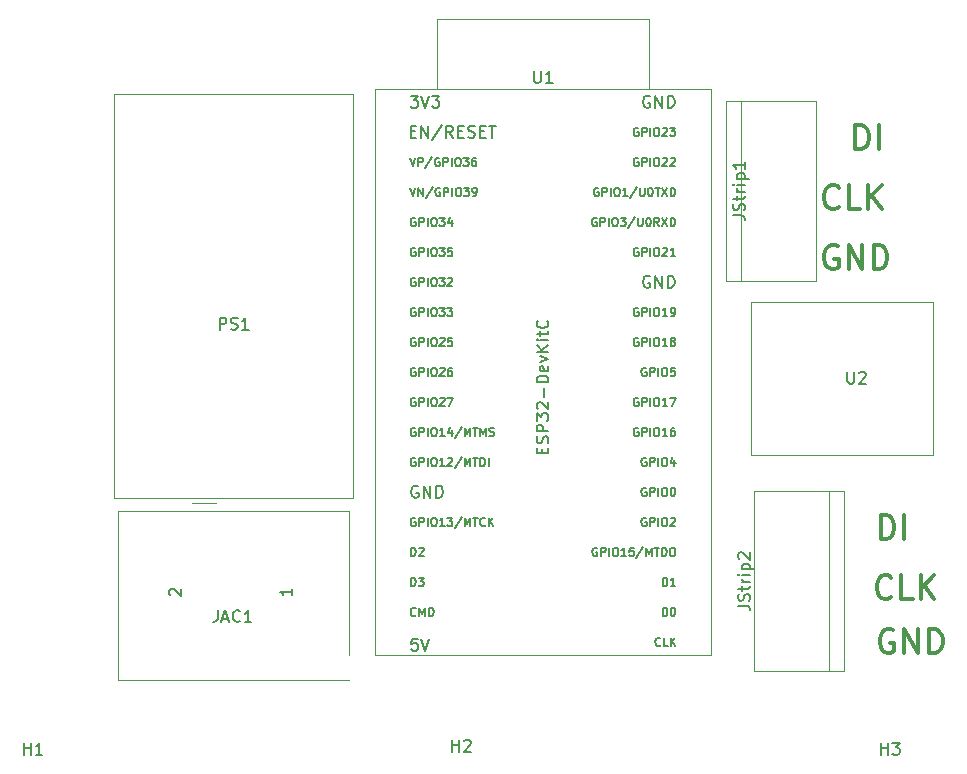
<source format=gbr>
%TF.GenerationSoftware,KiCad,Pcbnew,(5.1.10)-1*%
%TF.CreationDate,2021-11-22T08:58:25+00:00*%
%TF.ProjectId,ledDeviceServerEsp32Pio,6c656444-6576-4696-9365-536572766572,rev?*%
%TF.SameCoordinates,Original*%
%TF.FileFunction,Legend,Top*%
%TF.FilePolarity,Positive*%
%FSLAX46Y46*%
G04 Gerber Fmt 4.6, Leading zero omitted, Abs format (unit mm)*
G04 Created by KiCad (PCBNEW (5.1.10)-1) date 2021-11-22 08:58:25*
%MOMM*%
%LPD*%
G01*
G04 APERTURE LIST*
%ADD10C,0.300000*%
%ADD11C,0.120000*%
%ADD12C,0.150000*%
G04 APERTURE END LIST*
D10*
X80554190Y-28082761D02*
X80554190Y-26082761D01*
X81030380Y-26082761D01*
X81316095Y-26178000D01*
X81506571Y-26368476D01*
X81601809Y-26558952D01*
X81697047Y-26939904D01*
X81697047Y-27225619D01*
X81601809Y-27606571D01*
X81506571Y-27797047D01*
X81316095Y-27987523D01*
X81030380Y-28082761D01*
X80554190Y-28082761D01*
X82554190Y-28082761D02*
X82554190Y-26082761D01*
X79157047Y-32972285D02*
X79061809Y-33067523D01*
X78776095Y-33162761D01*
X78585619Y-33162761D01*
X78299904Y-33067523D01*
X78109428Y-32877047D01*
X78014190Y-32686571D01*
X77918952Y-32305619D01*
X77918952Y-32019904D01*
X78014190Y-31638952D01*
X78109428Y-31448476D01*
X78299904Y-31258000D01*
X78585619Y-31162761D01*
X78776095Y-31162761D01*
X79061809Y-31258000D01*
X79157047Y-31353238D01*
X80966571Y-33162761D02*
X80014190Y-33162761D01*
X80014190Y-31162761D01*
X81633238Y-33162761D02*
X81633238Y-31162761D01*
X82776095Y-33162761D02*
X81918952Y-32019904D01*
X82776095Y-31162761D02*
X81633238Y-32305619D01*
X79061809Y-36338000D02*
X78871333Y-36242761D01*
X78585619Y-36242761D01*
X78299904Y-36338000D01*
X78109428Y-36528476D01*
X78014190Y-36718952D01*
X77918952Y-37099904D01*
X77918952Y-37385619D01*
X78014190Y-37766571D01*
X78109428Y-37957047D01*
X78299904Y-38147523D01*
X78585619Y-38242761D01*
X78776095Y-38242761D01*
X79061809Y-38147523D01*
X79157047Y-38052285D01*
X79157047Y-37385619D01*
X78776095Y-37385619D01*
X80014190Y-38242761D02*
X80014190Y-36242761D01*
X81157047Y-38242761D01*
X81157047Y-36242761D01*
X82109428Y-38242761D02*
X82109428Y-36242761D01*
X82585619Y-36242761D01*
X82871333Y-36338000D01*
X83061809Y-36528476D01*
X83157047Y-36718952D01*
X83252285Y-37099904D01*
X83252285Y-37385619D01*
X83157047Y-37766571D01*
X83061809Y-37957047D01*
X82871333Y-38147523D01*
X82585619Y-38242761D01*
X82109428Y-38242761D01*
X82713190Y-61102761D02*
X82713190Y-59102761D01*
X83189380Y-59102761D01*
X83475095Y-59198000D01*
X83665571Y-59388476D01*
X83760809Y-59578952D01*
X83856047Y-59959904D01*
X83856047Y-60245619D01*
X83760809Y-60626571D01*
X83665571Y-60817047D01*
X83475095Y-61007523D01*
X83189380Y-61102761D01*
X82713190Y-61102761D01*
X84713190Y-61102761D02*
X84713190Y-59102761D01*
X83760809Y-68850000D02*
X83570333Y-68754761D01*
X83284619Y-68754761D01*
X82998904Y-68850000D01*
X82808428Y-69040476D01*
X82713190Y-69230952D01*
X82617952Y-69611904D01*
X82617952Y-69897619D01*
X82713190Y-70278571D01*
X82808428Y-70469047D01*
X82998904Y-70659523D01*
X83284619Y-70754761D01*
X83475095Y-70754761D01*
X83760809Y-70659523D01*
X83856047Y-70564285D01*
X83856047Y-69897619D01*
X83475095Y-69897619D01*
X84713190Y-70754761D02*
X84713190Y-68754761D01*
X85856047Y-70754761D01*
X85856047Y-68754761D01*
X86808428Y-70754761D02*
X86808428Y-68754761D01*
X87284619Y-68754761D01*
X87570333Y-68850000D01*
X87760809Y-69040476D01*
X87856047Y-69230952D01*
X87951285Y-69611904D01*
X87951285Y-69897619D01*
X87856047Y-70278571D01*
X87760809Y-70469047D01*
X87570333Y-70659523D01*
X87284619Y-70754761D01*
X86808428Y-70754761D01*
X83602047Y-65992285D02*
X83506809Y-66087523D01*
X83221095Y-66182761D01*
X83030619Y-66182761D01*
X82744904Y-66087523D01*
X82554428Y-65897047D01*
X82459190Y-65706571D01*
X82363952Y-65325619D01*
X82363952Y-65039904D01*
X82459190Y-64658952D01*
X82554428Y-64468476D01*
X82744904Y-64278000D01*
X83030619Y-64182761D01*
X83221095Y-64182761D01*
X83506809Y-64278000D01*
X83602047Y-64373238D01*
X85411571Y-66182761D02*
X84459190Y-66182761D01*
X84459190Y-64182761D01*
X86078238Y-66182761D02*
X86078238Y-64182761D01*
X87221095Y-66182761D02*
X86363952Y-65039904D01*
X87221095Y-64182761D02*
X86078238Y-65325619D01*
D11*
%TO.C,JStrip1*%
X69596000Y-24003000D02*
X69596000Y-39243000D01*
X77216000Y-24003000D02*
X77216000Y-39243000D01*
X70866000Y-24003000D02*
X70866000Y-39243000D01*
X69596000Y-39243000D02*
X77216000Y-39243000D01*
X69596000Y-24003000D02*
X77216000Y-24003000D01*
%TO.C,JAC1*%
X37719000Y-58750200D02*
X18119000Y-58750200D01*
X18119000Y-58750200D02*
X18119000Y-73052000D01*
X18119000Y-73052000D02*
X37719000Y-73052000D01*
X37719000Y-70967600D02*
X37719000Y-58750200D01*
%TO.C,PS1*%
X24400000Y-58035000D02*
X26410000Y-58035000D01*
X17800000Y-23445000D02*
X17800000Y-57645000D01*
X38000000Y-23445000D02*
X17800000Y-23445000D01*
X38000000Y-57645000D02*
X38000000Y-23445000D01*
X17800000Y-57645000D02*
X38000000Y-57645000D01*
%TO.C,U1*%
X39905680Y-70952720D02*
X68305679Y-70952720D01*
X68305679Y-70952720D02*
X68305680Y-23032720D01*
X68305680Y-23032720D02*
X39905681Y-23032720D01*
X39905681Y-23032720D02*
X39905680Y-70952720D01*
X45135800Y-23012400D02*
X45135800Y-17119600D01*
X45135800Y-17119600D02*
X63119000Y-17119600D01*
X63119000Y-17119600D02*
X63119000Y-23012400D01*
%TO.C,U2*%
X71755000Y-53975000D02*
X87122000Y-53975000D01*
X71755000Y-41021000D02*
X71755000Y-53975000D01*
X87122000Y-41021000D02*
X71755000Y-41021000D01*
X87122000Y-53975000D02*
X87122000Y-41021000D01*
%TO.C,JStrip2*%
X79629000Y-72263000D02*
X79629000Y-57023000D01*
X72009000Y-72263000D02*
X72009000Y-57023000D01*
X78359000Y-72263000D02*
X78359000Y-57023000D01*
X79629000Y-57023000D02*
X72009000Y-57023000D01*
X79629000Y-72263000D02*
X72009000Y-72263000D01*
%TO.C,H1*%
D12*
X10160095Y-79374380D02*
X10160095Y-78374380D01*
X10160095Y-78850571D02*
X10731523Y-78850571D01*
X10731523Y-79374380D02*
X10731523Y-78374380D01*
X11731523Y-79374380D02*
X11160095Y-79374380D01*
X11445809Y-79374380D02*
X11445809Y-78374380D01*
X11350571Y-78517238D01*
X11255333Y-78612476D01*
X11160095Y-78660095D01*
%TO.C,H2*%
X46442095Y-79120380D02*
X46442095Y-78120380D01*
X46442095Y-78596571D02*
X47013523Y-78596571D01*
X47013523Y-79120380D02*
X47013523Y-78120380D01*
X47442095Y-78215619D02*
X47489714Y-78168000D01*
X47584952Y-78120380D01*
X47823047Y-78120380D01*
X47918285Y-78168000D01*
X47965904Y-78215619D01*
X48013523Y-78310857D01*
X48013523Y-78406095D01*
X47965904Y-78548952D01*
X47394476Y-79120380D01*
X48013523Y-79120380D01*
%TO.C,H3*%
X82724095Y-79374380D02*
X82724095Y-78374380D01*
X82724095Y-78850571D02*
X83295523Y-78850571D01*
X83295523Y-79374380D02*
X83295523Y-78374380D01*
X83676476Y-78374380D02*
X84295523Y-78374380D01*
X83962190Y-78755333D01*
X84105047Y-78755333D01*
X84200285Y-78802952D01*
X84247904Y-78850571D01*
X84295523Y-78945809D01*
X84295523Y-79183904D01*
X84247904Y-79279142D01*
X84200285Y-79326761D01*
X84105047Y-79374380D01*
X83819333Y-79374380D01*
X83724095Y-79326761D01*
X83676476Y-79279142D01*
%TO.C,JStrip1*%
X70191380Y-33718238D02*
X70905666Y-33718238D01*
X71048523Y-33765857D01*
X71143761Y-33861095D01*
X71191380Y-34003952D01*
X71191380Y-34099190D01*
X71143761Y-33289666D02*
X71191380Y-33146809D01*
X71191380Y-32908714D01*
X71143761Y-32813476D01*
X71096142Y-32765857D01*
X71000904Y-32718238D01*
X70905666Y-32718238D01*
X70810428Y-32765857D01*
X70762809Y-32813476D01*
X70715190Y-32908714D01*
X70667571Y-33099190D01*
X70619952Y-33194428D01*
X70572333Y-33242047D01*
X70477095Y-33289666D01*
X70381857Y-33289666D01*
X70286619Y-33242047D01*
X70239000Y-33194428D01*
X70191380Y-33099190D01*
X70191380Y-32861095D01*
X70239000Y-32718238D01*
X70524714Y-32432523D02*
X70524714Y-32051571D01*
X70191380Y-32289666D02*
X71048523Y-32289666D01*
X71143761Y-32242047D01*
X71191380Y-32146809D01*
X71191380Y-32051571D01*
X71191380Y-31718238D02*
X70524714Y-31718238D01*
X70715190Y-31718238D02*
X70619952Y-31670619D01*
X70572333Y-31623000D01*
X70524714Y-31527761D01*
X70524714Y-31432523D01*
X71191380Y-31099190D02*
X70524714Y-31099190D01*
X70191380Y-31099190D02*
X70239000Y-31146809D01*
X70286619Y-31099190D01*
X70239000Y-31051571D01*
X70191380Y-31099190D01*
X70286619Y-31099190D01*
X70524714Y-30623000D02*
X71524714Y-30623000D01*
X70572333Y-30623000D02*
X70524714Y-30527761D01*
X70524714Y-30337285D01*
X70572333Y-30242047D01*
X70619952Y-30194428D01*
X70715190Y-30146809D01*
X71000904Y-30146809D01*
X71096142Y-30194428D01*
X71143761Y-30242047D01*
X71191380Y-30337285D01*
X71191380Y-30527761D01*
X71143761Y-30623000D01*
X71191380Y-29194428D02*
X71191380Y-29765857D01*
X71191380Y-29480142D02*
X70191380Y-29480142D01*
X70334238Y-29575380D01*
X70429476Y-29670619D01*
X70477095Y-29765857D01*
%TO.C,JAC1*%
X26551095Y-67143380D02*
X26551095Y-67857666D01*
X26503476Y-68000523D01*
X26408238Y-68095761D01*
X26265380Y-68143380D01*
X26170142Y-68143380D01*
X26979666Y-67857666D02*
X27455857Y-67857666D01*
X26884428Y-68143380D02*
X27217761Y-67143380D01*
X27551095Y-68143380D01*
X28455857Y-68048142D02*
X28408238Y-68095761D01*
X28265380Y-68143380D01*
X28170142Y-68143380D01*
X28027285Y-68095761D01*
X27932047Y-68000523D01*
X27884428Y-67905285D01*
X27836809Y-67714809D01*
X27836809Y-67571952D01*
X27884428Y-67381476D01*
X27932047Y-67286238D01*
X28027285Y-67191000D01*
X28170142Y-67143380D01*
X28265380Y-67143380D01*
X28408238Y-67191000D01*
X28455857Y-67238619D01*
X29408238Y-68143380D02*
X28836809Y-68143380D01*
X29122523Y-68143380D02*
X29122523Y-67143380D01*
X29027285Y-67286238D01*
X28932047Y-67381476D01*
X28836809Y-67429095D01*
X32837380Y-65311976D02*
X32837380Y-65883404D01*
X32837380Y-65597690D02*
X31837380Y-65597690D01*
X31980238Y-65692928D01*
X32075476Y-65788166D01*
X32123095Y-65883404D01*
X22534619Y-65883404D02*
X22487000Y-65835785D01*
X22439380Y-65740547D01*
X22439380Y-65502452D01*
X22487000Y-65407214D01*
X22534619Y-65359595D01*
X22629857Y-65311976D01*
X22725095Y-65311976D01*
X22867952Y-65359595D01*
X23439380Y-65931023D01*
X23439380Y-65311976D01*
%TO.C,PS1*%
X26725714Y-43378380D02*
X26725714Y-42378380D01*
X27106666Y-42378380D01*
X27201904Y-42426000D01*
X27249523Y-42473619D01*
X27297142Y-42568857D01*
X27297142Y-42711714D01*
X27249523Y-42806952D01*
X27201904Y-42854571D01*
X27106666Y-42902190D01*
X26725714Y-42902190D01*
X27678095Y-43330761D02*
X27820952Y-43378380D01*
X28059047Y-43378380D01*
X28154285Y-43330761D01*
X28201904Y-43283142D01*
X28249523Y-43187904D01*
X28249523Y-43092666D01*
X28201904Y-42997428D01*
X28154285Y-42949809D01*
X28059047Y-42902190D01*
X27868571Y-42854571D01*
X27773333Y-42806952D01*
X27725714Y-42759333D01*
X27678095Y-42664095D01*
X27678095Y-42568857D01*
X27725714Y-42473619D01*
X27773333Y-42426000D01*
X27868571Y-42378380D01*
X28106666Y-42378380D01*
X28249523Y-42426000D01*
X29201904Y-43378380D02*
X28630476Y-43378380D01*
X28916190Y-43378380D02*
X28916190Y-42378380D01*
X28820952Y-42521238D01*
X28725714Y-42616476D01*
X28630476Y-42664095D01*
%TO.C,U1*%
X53343775Y-21485100D02*
X53343775Y-22294624D01*
X53391394Y-22389862D01*
X53439013Y-22437481D01*
X53534251Y-22485100D01*
X53724727Y-22485100D01*
X53819965Y-22437481D01*
X53867584Y-22389862D01*
X53915203Y-22294624D01*
X53915203Y-21485100D01*
X54915203Y-22485100D02*
X54343775Y-22485100D01*
X54629489Y-22485100D02*
X54629489Y-21485100D01*
X54534251Y-21627958D01*
X54439013Y-21723196D01*
X54343775Y-21770815D01*
X54034251Y-53857958D02*
X54034251Y-53524624D01*
X54558060Y-53381767D02*
X54558060Y-53857958D01*
X53558060Y-53857958D01*
X53558060Y-53381767D01*
X54510441Y-53000815D02*
X54558060Y-52857958D01*
X54558060Y-52619862D01*
X54510441Y-52524624D01*
X54462822Y-52477005D01*
X54367584Y-52429386D01*
X54272346Y-52429386D01*
X54177108Y-52477005D01*
X54129489Y-52524624D01*
X54081870Y-52619862D01*
X54034251Y-52810339D01*
X53986632Y-52905577D01*
X53939013Y-52953196D01*
X53843775Y-53000815D01*
X53748537Y-53000815D01*
X53653299Y-52953196D01*
X53605680Y-52905577D01*
X53558060Y-52810339D01*
X53558060Y-52572243D01*
X53605680Y-52429386D01*
X54558060Y-52000815D02*
X53558060Y-52000815D01*
X53558060Y-51619862D01*
X53605680Y-51524624D01*
X53653299Y-51477005D01*
X53748537Y-51429386D01*
X53891394Y-51429386D01*
X53986632Y-51477005D01*
X54034251Y-51524624D01*
X54081870Y-51619862D01*
X54081870Y-52000815D01*
X53558060Y-51096053D02*
X53558060Y-50477005D01*
X53939013Y-50810339D01*
X53939013Y-50667481D01*
X53986632Y-50572243D01*
X54034251Y-50524624D01*
X54129489Y-50477005D01*
X54367584Y-50477005D01*
X54462822Y-50524624D01*
X54510441Y-50572243D01*
X54558060Y-50667481D01*
X54558060Y-50953196D01*
X54510441Y-51048434D01*
X54462822Y-51096053D01*
X53653299Y-50096053D02*
X53605680Y-50048434D01*
X53558060Y-49953196D01*
X53558060Y-49715100D01*
X53605680Y-49619862D01*
X53653299Y-49572243D01*
X53748537Y-49524624D01*
X53843775Y-49524624D01*
X53986632Y-49572243D01*
X54558060Y-50143672D01*
X54558060Y-49524624D01*
X54177108Y-49096053D02*
X54177108Y-48334148D01*
X54558060Y-47857958D02*
X53558060Y-47857958D01*
X53558060Y-47619862D01*
X53605680Y-47477005D01*
X53700918Y-47381767D01*
X53796156Y-47334148D01*
X53986632Y-47286529D01*
X54129489Y-47286529D01*
X54319965Y-47334148D01*
X54415203Y-47381767D01*
X54510441Y-47477005D01*
X54558060Y-47619862D01*
X54558060Y-47857958D01*
X54510441Y-46477005D02*
X54558060Y-46572243D01*
X54558060Y-46762720D01*
X54510441Y-46857958D01*
X54415203Y-46905577D01*
X54034251Y-46905577D01*
X53939013Y-46857958D01*
X53891394Y-46762720D01*
X53891394Y-46572243D01*
X53939013Y-46477005D01*
X54034251Y-46429386D01*
X54129489Y-46429386D01*
X54224727Y-46905577D01*
X53891394Y-46096053D02*
X54558060Y-45857958D01*
X53891394Y-45619862D01*
X54558060Y-45238910D02*
X53558060Y-45238910D01*
X54558060Y-44667481D02*
X53986632Y-45096053D01*
X53558060Y-44667481D02*
X54129489Y-45238910D01*
X54558060Y-44238910D02*
X53891394Y-44238910D01*
X53558060Y-44238910D02*
X53605680Y-44286529D01*
X53653299Y-44238910D01*
X53605680Y-44191291D01*
X53558060Y-44238910D01*
X53653299Y-44238910D01*
X53891394Y-43905577D02*
X53891394Y-43524624D01*
X53558060Y-43762720D02*
X54415203Y-43762720D01*
X54510441Y-43715100D01*
X54558060Y-43619862D01*
X54558060Y-43524624D01*
X54462822Y-42619862D02*
X54510441Y-42667481D01*
X54558060Y-42810339D01*
X54558060Y-42905577D01*
X54510441Y-43048434D01*
X54415203Y-43143672D01*
X54319965Y-43191291D01*
X54129489Y-43238910D01*
X53986632Y-43238910D01*
X53796156Y-43191291D01*
X53700918Y-43143672D01*
X53605680Y-43048434D01*
X53558060Y-42905577D01*
X53558060Y-42810339D01*
X53605680Y-42667481D01*
X53653299Y-42619862D01*
X43306513Y-44102720D02*
X43239846Y-44069386D01*
X43139846Y-44069386D01*
X43039846Y-44102720D01*
X42973180Y-44169386D01*
X42939846Y-44236053D01*
X42906513Y-44369386D01*
X42906513Y-44469386D01*
X42939846Y-44602720D01*
X42973180Y-44669386D01*
X43039846Y-44736053D01*
X43139846Y-44769386D01*
X43206513Y-44769386D01*
X43306513Y-44736053D01*
X43339846Y-44702720D01*
X43339846Y-44469386D01*
X43206513Y-44469386D01*
X43639846Y-44769386D02*
X43639846Y-44069386D01*
X43906513Y-44069386D01*
X43973180Y-44102720D01*
X44006513Y-44136053D01*
X44039846Y-44202720D01*
X44039846Y-44302720D01*
X44006513Y-44369386D01*
X43973180Y-44402720D01*
X43906513Y-44436053D01*
X43639846Y-44436053D01*
X44339846Y-44769386D02*
X44339846Y-44069386D01*
X44806513Y-44069386D02*
X44939846Y-44069386D01*
X45006513Y-44102720D01*
X45073180Y-44169386D01*
X45106513Y-44302720D01*
X45106513Y-44536053D01*
X45073180Y-44669386D01*
X45006513Y-44736053D01*
X44939846Y-44769386D01*
X44806513Y-44769386D01*
X44739846Y-44736053D01*
X44673180Y-44669386D01*
X44639846Y-44536053D01*
X44639846Y-44302720D01*
X44673180Y-44169386D01*
X44739846Y-44102720D01*
X44806513Y-44069386D01*
X45373180Y-44136053D02*
X45406513Y-44102720D01*
X45473180Y-44069386D01*
X45639846Y-44069386D01*
X45706513Y-44102720D01*
X45739846Y-44136053D01*
X45773180Y-44202720D01*
X45773180Y-44269386D01*
X45739846Y-44369386D01*
X45339846Y-44769386D01*
X45773180Y-44769386D01*
X46406513Y-44069386D02*
X46073180Y-44069386D01*
X46039846Y-44402720D01*
X46073180Y-44369386D01*
X46139846Y-44336053D01*
X46306513Y-44336053D01*
X46373180Y-44369386D01*
X46406513Y-44402720D01*
X46439846Y-44469386D01*
X46439846Y-44636053D01*
X46406513Y-44702720D01*
X46373180Y-44736053D01*
X46306513Y-44769386D01*
X46139846Y-44769386D01*
X46073180Y-44736053D01*
X46039846Y-44702720D01*
X58671513Y-61882720D02*
X58604846Y-61849386D01*
X58504846Y-61849386D01*
X58404846Y-61882720D01*
X58338180Y-61949386D01*
X58304846Y-62016053D01*
X58271513Y-62149386D01*
X58271513Y-62249386D01*
X58304846Y-62382720D01*
X58338180Y-62449386D01*
X58404846Y-62516053D01*
X58504846Y-62549386D01*
X58571513Y-62549386D01*
X58671513Y-62516053D01*
X58704846Y-62482720D01*
X58704846Y-62249386D01*
X58571513Y-62249386D01*
X59004846Y-62549386D02*
X59004846Y-61849386D01*
X59271513Y-61849386D01*
X59338180Y-61882720D01*
X59371513Y-61916053D01*
X59404846Y-61982720D01*
X59404846Y-62082720D01*
X59371513Y-62149386D01*
X59338180Y-62182720D01*
X59271513Y-62216053D01*
X59004846Y-62216053D01*
X59704846Y-62549386D02*
X59704846Y-61849386D01*
X60171513Y-61849386D02*
X60304846Y-61849386D01*
X60371513Y-61882720D01*
X60438180Y-61949386D01*
X60471513Y-62082720D01*
X60471513Y-62316053D01*
X60438180Y-62449386D01*
X60371513Y-62516053D01*
X60304846Y-62549386D01*
X60171513Y-62549386D01*
X60104846Y-62516053D01*
X60038180Y-62449386D01*
X60004846Y-62316053D01*
X60004846Y-62082720D01*
X60038180Y-61949386D01*
X60104846Y-61882720D01*
X60171513Y-61849386D01*
X61138180Y-62549386D02*
X60738180Y-62549386D01*
X60938180Y-62549386D02*
X60938180Y-61849386D01*
X60871513Y-61949386D01*
X60804846Y-62016053D01*
X60738180Y-62049386D01*
X61771513Y-61849386D02*
X61438180Y-61849386D01*
X61404846Y-62182720D01*
X61438180Y-62149386D01*
X61504846Y-62116053D01*
X61671513Y-62116053D01*
X61738180Y-62149386D01*
X61771513Y-62182720D01*
X61804846Y-62249386D01*
X61804846Y-62416053D01*
X61771513Y-62482720D01*
X61738180Y-62516053D01*
X61671513Y-62549386D01*
X61504846Y-62549386D01*
X61438180Y-62516053D01*
X61404846Y-62482720D01*
X62604846Y-61816053D02*
X62004846Y-62716053D01*
X62838180Y-62549386D02*
X62838180Y-61849386D01*
X63071513Y-62349386D01*
X63304846Y-61849386D01*
X63304846Y-62549386D01*
X63538180Y-61849386D02*
X63938180Y-61849386D01*
X63738180Y-62549386D02*
X63738180Y-61849386D01*
X64171513Y-62549386D02*
X64171513Y-61849386D01*
X64338180Y-61849386D01*
X64438180Y-61882720D01*
X64504846Y-61949386D01*
X64538180Y-62016053D01*
X64571513Y-62149386D01*
X64571513Y-62249386D01*
X64538180Y-62382720D01*
X64504846Y-62449386D01*
X64438180Y-62516053D01*
X64338180Y-62549386D01*
X64171513Y-62549386D01*
X65004846Y-61849386D02*
X65138180Y-61849386D01*
X65204846Y-61882720D01*
X65271513Y-61949386D01*
X65304846Y-62082720D01*
X65304846Y-62316053D01*
X65271513Y-62449386D01*
X65204846Y-62516053D01*
X65138180Y-62549386D01*
X65004846Y-62549386D01*
X64938180Y-62516053D01*
X64871513Y-62449386D01*
X64838180Y-62316053D01*
X64838180Y-62082720D01*
X64871513Y-61949386D01*
X64938180Y-61882720D01*
X65004846Y-61849386D01*
X58804846Y-31402720D02*
X58738180Y-31369386D01*
X58638180Y-31369386D01*
X58538180Y-31402720D01*
X58471513Y-31469386D01*
X58438180Y-31536053D01*
X58404846Y-31669386D01*
X58404846Y-31769386D01*
X58438180Y-31902720D01*
X58471513Y-31969386D01*
X58538180Y-32036053D01*
X58638180Y-32069386D01*
X58704846Y-32069386D01*
X58804846Y-32036053D01*
X58838180Y-32002720D01*
X58838180Y-31769386D01*
X58704846Y-31769386D01*
X59138180Y-32069386D02*
X59138180Y-31369386D01*
X59404846Y-31369386D01*
X59471513Y-31402720D01*
X59504846Y-31436053D01*
X59538180Y-31502720D01*
X59538180Y-31602720D01*
X59504846Y-31669386D01*
X59471513Y-31702720D01*
X59404846Y-31736053D01*
X59138180Y-31736053D01*
X59838180Y-32069386D02*
X59838180Y-31369386D01*
X60304846Y-31369386D02*
X60438180Y-31369386D01*
X60504846Y-31402720D01*
X60571513Y-31469386D01*
X60604846Y-31602720D01*
X60604846Y-31836053D01*
X60571513Y-31969386D01*
X60504846Y-32036053D01*
X60438180Y-32069386D01*
X60304846Y-32069386D01*
X60238180Y-32036053D01*
X60171513Y-31969386D01*
X60138180Y-31836053D01*
X60138180Y-31602720D01*
X60171513Y-31469386D01*
X60238180Y-31402720D01*
X60304846Y-31369386D01*
X61271513Y-32069386D02*
X60871513Y-32069386D01*
X61071513Y-32069386D02*
X61071513Y-31369386D01*
X61004846Y-31469386D01*
X60938180Y-31536053D01*
X60871513Y-31569386D01*
X62071513Y-31336053D02*
X61471513Y-32236053D01*
X62304846Y-31369386D02*
X62304846Y-31936053D01*
X62338180Y-32002720D01*
X62371513Y-32036053D01*
X62438180Y-32069386D01*
X62571513Y-32069386D01*
X62638180Y-32036053D01*
X62671513Y-32002720D01*
X62704846Y-31936053D01*
X62704846Y-31369386D01*
X63171513Y-31369386D02*
X63238180Y-31369386D01*
X63304846Y-31402720D01*
X63338180Y-31436053D01*
X63371513Y-31502720D01*
X63404846Y-31636053D01*
X63404846Y-31802720D01*
X63371513Y-31936053D01*
X63338180Y-32002720D01*
X63304846Y-32036053D01*
X63238180Y-32069386D01*
X63171513Y-32069386D01*
X63104846Y-32036053D01*
X63071513Y-32002720D01*
X63038180Y-31936053D01*
X63004846Y-31802720D01*
X63004846Y-31636053D01*
X63038180Y-31502720D01*
X63071513Y-31436053D01*
X63104846Y-31402720D01*
X63171513Y-31369386D01*
X63604846Y-31369386D02*
X64004846Y-31369386D01*
X63804846Y-32069386D02*
X63804846Y-31369386D01*
X64171513Y-31369386D02*
X64638180Y-32069386D01*
X64638180Y-31369386D02*
X64171513Y-32069386D01*
X64904846Y-32069386D02*
X64904846Y-31369386D01*
X65071513Y-31369386D01*
X65171513Y-31402720D01*
X65238180Y-31469386D01*
X65271513Y-31536053D01*
X65304846Y-31669386D01*
X65304846Y-31769386D01*
X65271513Y-31902720D01*
X65238180Y-31969386D01*
X65171513Y-32036053D01*
X65071513Y-32069386D01*
X64904846Y-32069386D01*
X62171513Y-49182720D02*
X62104846Y-49149386D01*
X62004846Y-49149386D01*
X61904846Y-49182720D01*
X61838180Y-49249386D01*
X61804846Y-49316053D01*
X61771513Y-49449386D01*
X61771513Y-49549386D01*
X61804846Y-49682720D01*
X61838180Y-49749386D01*
X61904846Y-49816053D01*
X62004846Y-49849386D01*
X62071513Y-49849386D01*
X62171513Y-49816053D01*
X62204846Y-49782720D01*
X62204846Y-49549386D01*
X62071513Y-49549386D01*
X62504846Y-49849386D02*
X62504846Y-49149386D01*
X62771513Y-49149386D01*
X62838180Y-49182720D01*
X62871513Y-49216053D01*
X62904846Y-49282720D01*
X62904846Y-49382720D01*
X62871513Y-49449386D01*
X62838180Y-49482720D01*
X62771513Y-49516053D01*
X62504846Y-49516053D01*
X63204846Y-49849386D02*
X63204846Y-49149386D01*
X63671513Y-49149386D02*
X63804846Y-49149386D01*
X63871513Y-49182720D01*
X63938180Y-49249386D01*
X63971513Y-49382720D01*
X63971513Y-49616053D01*
X63938180Y-49749386D01*
X63871513Y-49816053D01*
X63804846Y-49849386D01*
X63671513Y-49849386D01*
X63604846Y-49816053D01*
X63538180Y-49749386D01*
X63504846Y-49616053D01*
X63504846Y-49382720D01*
X63538180Y-49249386D01*
X63604846Y-49182720D01*
X63671513Y-49149386D01*
X64638180Y-49849386D02*
X64238180Y-49849386D01*
X64438180Y-49849386D02*
X64438180Y-49149386D01*
X64371513Y-49249386D01*
X64304846Y-49316053D01*
X64238180Y-49349386D01*
X64871513Y-49149386D02*
X65338180Y-49149386D01*
X65038180Y-49849386D01*
X63152465Y-38872720D02*
X63057227Y-38825100D01*
X62914370Y-38825100D01*
X62771513Y-38872720D01*
X62676275Y-38967958D01*
X62628656Y-39063196D01*
X62581037Y-39253672D01*
X62581037Y-39396529D01*
X62628656Y-39587005D01*
X62676275Y-39682243D01*
X62771513Y-39777481D01*
X62914370Y-39825100D01*
X63009608Y-39825100D01*
X63152465Y-39777481D01*
X63200084Y-39729862D01*
X63200084Y-39396529D01*
X63009608Y-39396529D01*
X63628656Y-39825100D02*
X63628656Y-38825100D01*
X64200084Y-39825100D01*
X64200084Y-38825100D01*
X64676275Y-39825100D02*
X64676275Y-38825100D01*
X64914370Y-38825100D01*
X65057227Y-38872720D01*
X65152465Y-38967958D01*
X65200084Y-39063196D01*
X65247703Y-39253672D01*
X65247703Y-39396529D01*
X65200084Y-39587005D01*
X65152465Y-39682243D01*
X65057227Y-39777481D01*
X64914370Y-39825100D01*
X64676275Y-39825100D01*
X62171513Y-28862720D02*
X62104846Y-28829386D01*
X62004846Y-28829386D01*
X61904846Y-28862720D01*
X61838180Y-28929386D01*
X61804846Y-28996053D01*
X61771513Y-29129386D01*
X61771513Y-29229386D01*
X61804846Y-29362720D01*
X61838180Y-29429386D01*
X61904846Y-29496053D01*
X62004846Y-29529386D01*
X62071513Y-29529386D01*
X62171513Y-29496053D01*
X62204846Y-29462720D01*
X62204846Y-29229386D01*
X62071513Y-29229386D01*
X62504846Y-29529386D02*
X62504846Y-28829386D01*
X62771513Y-28829386D01*
X62838180Y-28862720D01*
X62871513Y-28896053D01*
X62904846Y-28962720D01*
X62904846Y-29062720D01*
X62871513Y-29129386D01*
X62838180Y-29162720D01*
X62771513Y-29196053D01*
X62504846Y-29196053D01*
X63204846Y-29529386D02*
X63204846Y-28829386D01*
X63671513Y-28829386D02*
X63804846Y-28829386D01*
X63871513Y-28862720D01*
X63938180Y-28929386D01*
X63971513Y-29062720D01*
X63971513Y-29296053D01*
X63938180Y-29429386D01*
X63871513Y-29496053D01*
X63804846Y-29529386D01*
X63671513Y-29529386D01*
X63604846Y-29496053D01*
X63538180Y-29429386D01*
X63504846Y-29296053D01*
X63504846Y-29062720D01*
X63538180Y-28929386D01*
X63604846Y-28862720D01*
X63671513Y-28829386D01*
X64238180Y-28896053D02*
X64271513Y-28862720D01*
X64338180Y-28829386D01*
X64504846Y-28829386D01*
X64571513Y-28862720D01*
X64604846Y-28896053D01*
X64638180Y-28962720D01*
X64638180Y-29029386D01*
X64604846Y-29129386D01*
X64204846Y-29529386D01*
X64638180Y-29529386D01*
X64904846Y-28896053D02*
X64938180Y-28862720D01*
X65004846Y-28829386D01*
X65171513Y-28829386D01*
X65238180Y-28862720D01*
X65271513Y-28896053D01*
X65304846Y-28962720D01*
X65304846Y-29029386D01*
X65271513Y-29129386D01*
X64871513Y-29529386D01*
X65304846Y-29529386D01*
X43339846Y-67562720D02*
X43306513Y-67596053D01*
X43206513Y-67629386D01*
X43139846Y-67629386D01*
X43039846Y-67596053D01*
X42973180Y-67529386D01*
X42939846Y-67462720D01*
X42906513Y-67329386D01*
X42906513Y-67229386D01*
X42939846Y-67096053D01*
X42973180Y-67029386D01*
X43039846Y-66962720D01*
X43139846Y-66929386D01*
X43206513Y-66929386D01*
X43306513Y-66962720D01*
X43339846Y-66996053D01*
X43639846Y-67629386D02*
X43639846Y-66929386D01*
X43873180Y-67429386D01*
X44106513Y-66929386D01*
X44106513Y-67629386D01*
X44439846Y-67629386D02*
X44439846Y-66929386D01*
X44606513Y-66929386D01*
X44706513Y-66962720D01*
X44773180Y-67029386D01*
X44806513Y-67096053D01*
X44839846Y-67229386D01*
X44839846Y-67329386D01*
X44806513Y-67462720D01*
X44773180Y-67529386D01*
X44706513Y-67596053D01*
X44606513Y-67629386D01*
X44439846Y-67629386D01*
X62171513Y-44102720D02*
X62104846Y-44069386D01*
X62004846Y-44069386D01*
X61904846Y-44102720D01*
X61838180Y-44169386D01*
X61804846Y-44236053D01*
X61771513Y-44369386D01*
X61771513Y-44469386D01*
X61804846Y-44602720D01*
X61838180Y-44669386D01*
X61904846Y-44736053D01*
X62004846Y-44769386D01*
X62071513Y-44769386D01*
X62171513Y-44736053D01*
X62204846Y-44702720D01*
X62204846Y-44469386D01*
X62071513Y-44469386D01*
X62504846Y-44769386D02*
X62504846Y-44069386D01*
X62771513Y-44069386D01*
X62838180Y-44102720D01*
X62871513Y-44136053D01*
X62904846Y-44202720D01*
X62904846Y-44302720D01*
X62871513Y-44369386D01*
X62838180Y-44402720D01*
X62771513Y-44436053D01*
X62504846Y-44436053D01*
X63204846Y-44769386D02*
X63204846Y-44069386D01*
X63671513Y-44069386D02*
X63804846Y-44069386D01*
X63871513Y-44102720D01*
X63938180Y-44169386D01*
X63971513Y-44302720D01*
X63971513Y-44536053D01*
X63938180Y-44669386D01*
X63871513Y-44736053D01*
X63804846Y-44769386D01*
X63671513Y-44769386D01*
X63604846Y-44736053D01*
X63538180Y-44669386D01*
X63504846Y-44536053D01*
X63504846Y-44302720D01*
X63538180Y-44169386D01*
X63604846Y-44102720D01*
X63671513Y-44069386D01*
X64638180Y-44769386D02*
X64238180Y-44769386D01*
X64438180Y-44769386D02*
X64438180Y-44069386D01*
X64371513Y-44169386D01*
X64304846Y-44236053D01*
X64238180Y-44269386D01*
X65038180Y-44369386D02*
X64971513Y-44336053D01*
X64938180Y-44302720D01*
X64904846Y-44236053D01*
X64904846Y-44202720D01*
X64938180Y-44136053D01*
X64971513Y-44102720D01*
X65038180Y-44069386D01*
X65171513Y-44069386D01*
X65238180Y-44102720D01*
X65271513Y-44136053D01*
X65304846Y-44202720D01*
X65304846Y-44236053D01*
X65271513Y-44302720D01*
X65238180Y-44336053D01*
X65171513Y-44369386D01*
X65038180Y-44369386D01*
X64971513Y-44402720D01*
X64938180Y-44436053D01*
X64904846Y-44502720D01*
X64904846Y-44636053D01*
X64938180Y-44702720D01*
X64971513Y-44736053D01*
X65038180Y-44769386D01*
X65171513Y-44769386D01*
X65238180Y-44736053D01*
X65271513Y-44702720D01*
X65304846Y-44636053D01*
X65304846Y-44502720D01*
X65271513Y-44436053D01*
X65238180Y-44402720D01*
X65171513Y-44369386D01*
X42939846Y-65089386D02*
X42939846Y-64389386D01*
X43106513Y-64389386D01*
X43206513Y-64422720D01*
X43273180Y-64489386D01*
X43306513Y-64556053D01*
X43339846Y-64689386D01*
X43339846Y-64789386D01*
X43306513Y-64922720D01*
X43273180Y-64989386D01*
X43206513Y-65056053D01*
X43106513Y-65089386D01*
X42939846Y-65089386D01*
X43573180Y-64389386D02*
X44006513Y-64389386D01*
X43773180Y-64656053D01*
X43873180Y-64656053D01*
X43939846Y-64689386D01*
X43973180Y-64722720D01*
X44006513Y-64789386D01*
X44006513Y-64956053D01*
X43973180Y-65022720D01*
X43939846Y-65056053D01*
X43873180Y-65089386D01*
X43673180Y-65089386D01*
X43606513Y-65056053D01*
X43573180Y-65022720D01*
X43306513Y-33942720D02*
X43239846Y-33909386D01*
X43139846Y-33909386D01*
X43039846Y-33942720D01*
X42973180Y-34009386D01*
X42939846Y-34076053D01*
X42906513Y-34209386D01*
X42906513Y-34309386D01*
X42939846Y-34442720D01*
X42973180Y-34509386D01*
X43039846Y-34576053D01*
X43139846Y-34609386D01*
X43206513Y-34609386D01*
X43306513Y-34576053D01*
X43339846Y-34542720D01*
X43339846Y-34309386D01*
X43206513Y-34309386D01*
X43639846Y-34609386D02*
X43639846Y-33909386D01*
X43906513Y-33909386D01*
X43973180Y-33942720D01*
X44006513Y-33976053D01*
X44039846Y-34042720D01*
X44039846Y-34142720D01*
X44006513Y-34209386D01*
X43973180Y-34242720D01*
X43906513Y-34276053D01*
X43639846Y-34276053D01*
X44339846Y-34609386D02*
X44339846Y-33909386D01*
X44806513Y-33909386D02*
X44939846Y-33909386D01*
X45006513Y-33942720D01*
X45073180Y-34009386D01*
X45106513Y-34142720D01*
X45106513Y-34376053D01*
X45073180Y-34509386D01*
X45006513Y-34576053D01*
X44939846Y-34609386D01*
X44806513Y-34609386D01*
X44739846Y-34576053D01*
X44673180Y-34509386D01*
X44639846Y-34376053D01*
X44639846Y-34142720D01*
X44673180Y-34009386D01*
X44739846Y-33942720D01*
X44806513Y-33909386D01*
X45339846Y-33909386D02*
X45773180Y-33909386D01*
X45539846Y-34176053D01*
X45639846Y-34176053D01*
X45706513Y-34209386D01*
X45739846Y-34242720D01*
X45773180Y-34309386D01*
X45773180Y-34476053D01*
X45739846Y-34542720D01*
X45706513Y-34576053D01*
X45639846Y-34609386D01*
X45439846Y-34609386D01*
X45373180Y-34576053D01*
X45339846Y-34542720D01*
X46373180Y-34142720D02*
X46373180Y-34609386D01*
X46206513Y-33876053D02*
X46039846Y-34376053D01*
X46473180Y-34376053D01*
X43306513Y-51722720D02*
X43239846Y-51689386D01*
X43139846Y-51689386D01*
X43039846Y-51722720D01*
X42973180Y-51789386D01*
X42939846Y-51856053D01*
X42906513Y-51989386D01*
X42906513Y-52089386D01*
X42939846Y-52222720D01*
X42973180Y-52289386D01*
X43039846Y-52356053D01*
X43139846Y-52389386D01*
X43206513Y-52389386D01*
X43306513Y-52356053D01*
X43339846Y-52322720D01*
X43339846Y-52089386D01*
X43206513Y-52089386D01*
X43639846Y-52389386D02*
X43639846Y-51689386D01*
X43906513Y-51689386D01*
X43973180Y-51722720D01*
X44006513Y-51756053D01*
X44039846Y-51822720D01*
X44039846Y-51922720D01*
X44006513Y-51989386D01*
X43973180Y-52022720D01*
X43906513Y-52056053D01*
X43639846Y-52056053D01*
X44339846Y-52389386D02*
X44339846Y-51689386D01*
X44806513Y-51689386D02*
X44939846Y-51689386D01*
X45006513Y-51722720D01*
X45073180Y-51789386D01*
X45106513Y-51922720D01*
X45106513Y-52156053D01*
X45073180Y-52289386D01*
X45006513Y-52356053D01*
X44939846Y-52389386D01*
X44806513Y-52389386D01*
X44739846Y-52356053D01*
X44673180Y-52289386D01*
X44639846Y-52156053D01*
X44639846Y-51922720D01*
X44673180Y-51789386D01*
X44739846Y-51722720D01*
X44806513Y-51689386D01*
X45773180Y-52389386D02*
X45373180Y-52389386D01*
X45573180Y-52389386D02*
X45573180Y-51689386D01*
X45506513Y-51789386D01*
X45439846Y-51856053D01*
X45373180Y-51889386D01*
X46373180Y-51922720D02*
X46373180Y-52389386D01*
X46206513Y-51656053D02*
X46039846Y-52156053D01*
X46473180Y-52156053D01*
X47239846Y-51656053D02*
X46639846Y-52556053D01*
X47473180Y-52389386D02*
X47473180Y-51689386D01*
X47706513Y-52189386D01*
X47939846Y-51689386D01*
X47939846Y-52389386D01*
X48173180Y-51689386D02*
X48573180Y-51689386D01*
X48373180Y-52389386D02*
X48373180Y-51689386D01*
X48806513Y-52389386D02*
X48806513Y-51689386D01*
X49039846Y-52189386D01*
X49273180Y-51689386D01*
X49273180Y-52389386D01*
X49573180Y-52356053D02*
X49673180Y-52389386D01*
X49839846Y-52389386D01*
X49906513Y-52356053D01*
X49939846Y-52322720D01*
X49973180Y-52256053D01*
X49973180Y-52189386D01*
X49939846Y-52122720D01*
X49906513Y-52089386D01*
X49839846Y-52056053D01*
X49706513Y-52022720D01*
X49639846Y-51989386D01*
X49606513Y-51956053D01*
X49573180Y-51889386D01*
X49573180Y-51822720D01*
X49606513Y-51756053D01*
X49639846Y-51722720D01*
X49706513Y-51689386D01*
X49873180Y-51689386D01*
X49973180Y-51722720D01*
X43306513Y-36482720D02*
X43239846Y-36449386D01*
X43139846Y-36449386D01*
X43039846Y-36482720D01*
X42973180Y-36549386D01*
X42939846Y-36616053D01*
X42906513Y-36749386D01*
X42906513Y-36849386D01*
X42939846Y-36982720D01*
X42973180Y-37049386D01*
X43039846Y-37116053D01*
X43139846Y-37149386D01*
X43206513Y-37149386D01*
X43306513Y-37116053D01*
X43339846Y-37082720D01*
X43339846Y-36849386D01*
X43206513Y-36849386D01*
X43639846Y-37149386D02*
X43639846Y-36449386D01*
X43906513Y-36449386D01*
X43973180Y-36482720D01*
X44006513Y-36516053D01*
X44039846Y-36582720D01*
X44039846Y-36682720D01*
X44006513Y-36749386D01*
X43973180Y-36782720D01*
X43906513Y-36816053D01*
X43639846Y-36816053D01*
X44339846Y-37149386D02*
X44339846Y-36449386D01*
X44806513Y-36449386D02*
X44939846Y-36449386D01*
X45006513Y-36482720D01*
X45073180Y-36549386D01*
X45106513Y-36682720D01*
X45106513Y-36916053D01*
X45073180Y-37049386D01*
X45006513Y-37116053D01*
X44939846Y-37149386D01*
X44806513Y-37149386D01*
X44739846Y-37116053D01*
X44673180Y-37049386D01*
X44639846Y-36916053D01*
X44639846Y-36682720D01*
X44673180Y-36549386D01*
X44739846Y-36482720D01*
X44806513Y-36449386D01*
X45339846Y-36449386D02*
X45773180Y-36449386D01*
X45539846Y-36716053D01*
X45639846Y-36716053D01*
X45706513Y-36749386D01*
X45739846Y-36782720D01*
X45773180Y-36849386D01*
X45773180Y-37016053D01*
X45739846Y-37082720D01*
X45706513Y-37116053D01*
X45639846Y-37149386D01*
X45439846Y-37149386D01*
X45373180Y-37116053D01*
X45339846Y-37082720D01*
X46406513Y-36449386D02*
X46073180Y-36449386D01*
X46039846Y-36782720D01*
X46073180Y-36749386D01*
X46139846Y-36716053D01*
X46306513Y-36716053D01*
X46373180Y-36749386D01*
X46406513Y-36782720D01*
X46439846Y-36849386D01*
X46439846Y-37016053D01*
X46406513Y-37082720D01*
X46373180Y-37116053D01*
X46306513Y-37149386D01*
X46139846Y-37149386D01*
X46073180Y-37116053D01*
X46039846Y-37082720D01*
X62838180Y-54262720D02*
X62771513Y-54229386D01*
X62671513Y-54229386D01*
X62571513Y-54262720D01*
X62504846Y-54329386D01*
X62471513Y-54396053D01*
X62438180Y-54529386D01*
X62438180Y-54629386D01*
X62471513Y-54762720D01*
X62504846Y-54829386D01*
X62571513Y-54896053D01*
X62671513Y-54929386D01*
X62738180Y-54929386D01*
X62838180Y-54896053D01*
X62871513Y-54862720D01*
X62871513Y-54629386D01*
X62738180Y-54629386D01*
X63171513Y-54929386D02*
X63171513Y-54229386D01*
X63438180Y-54229386D01*
X63504846Y-54262720D01*
X63538180Y-54296053D01*
X63571513Y-54362720D01*
X63571513Y-54462720D01*
X63538180Y-54529386D01*
X63504846Y-54562720D01*
X63438180Y-54596053D01*
X63171513Y-54596053D01*
X63871513Y-54929386D02*
X63871513Y-54229386D01*
X64338180Y-54229386D02*
X64471513Y-54229386D01*
X64538180Y-54262720D01*
X64604846Y-54329386D01*
X64638180Y-54462720D01*
X64638180Y-54696053D01*
X64604846Y-54829386D01*
X64538180Y-54896053D01*
X64471513Y-54929386D01*
X64338180Y-54929386D01*
X64271513Y-54896053D01*
X64204846Y-54829386D01*
X64171513Y-54696053D01*
X64171513Y-54462720D01*
X64204846Y-54329386D01*
X64271513Y-54262720D01*
X64338180Y-54229386D01*
X65238180Y-54462720D02*
X65238180Y-54929386D01*
X65071513Y-54196053D02*
X64904846Y-54696053D01*
X65338180Y-54696053D01*
X42908785Y-26598571D02*
X43242119Y-26598571D01*
X43384976Y-27122380D02*
X42908785Y-27122380D01*
X42908785Y-26122380D01*
X43384976Y-26122380D01*
X43813547Y-27122380D02*
X43813547Y-26122380D01*
X44384976Y-27122380D01*
X44384976Y-26122380D01*
X45575452Y-26074761D02*
X44718309Y-27360476D01*
X46480214Y-27122380D02*
X46146880Y-26646190D01*
X45908785Y-27122380D02*
X45908785Y-26122380D01*
X46289738Y-26122380D01*
X46384976Y-26170000D01*
X46432595Y-26217619D01*
X46480214Y-26312857D01*
X46480214Y-26455714D01*
X46432595Y-26550952D01*
X46384976Y-26598571D01*
X46289738Y-26646190D01*
X45908785Y-26646190D01*
X46908785Y-26598571D02*
X47242119Y-26598571D01*
X47384976Y-27122380D02*
X46908785Y-27122380D01*
X46908785Y-26122380D01*
X47384976Y-26122380D01*
X47765928Y-27074761D02*
X47908785Y-27122380D01*
X48146880Y-27122380D01*
X48242119Y-27074761D01*
X48289738Y-27027142D01*
X48337357Y-26931904D01*
X48337357Y-26836666D01*
X48289738Y-26741428D01*
X48242119Y-26693809D01*
X48146880Y-26646190D01*
X47956404Y-26598571D01*
X47861166Y-26550952D01*
X47813547Y-26503333D01*
X47765928Y-26408095D01*
X47765928Y-26312857D01*
X47813547Y-26217619D01*
X47861166Y-26170000D01*
X47956404Y-26122380D01*
X48194500Y-26122380D01*
X48337357Y-26170000D01*
X48765928Y-26598571D02*
X49099261Y-26598571D01*
X49242119Y-27122380D02*
X48765928Y-27122380D01*
X48765928Y-26122380D01*
X49242119Y-26122380D01*
X49527833Y-26122380D02*
X50099261Y-26122380D01*
X49813547Y-27122380D02*
X49813547Y-26122380D01*
X64038180Y-70102720D02*
X64004846Y-70136053D01*
X63904846Y-70169386D01*
X63838180Y-70169386D01*
X63738180Y-70136053D01*
X63671513Y-70069386D01*
X63638180Y-70002720D01*
X63604846Y-69869386D01*
X63604846Y-69769386D01*
X63638180Y-69636053D01*
X63671513Y-69569386D01*
X63738180Y-69502720D01*
X63838180Y-69469386D01*
X63904846Y-69469386D01*
X64004846Y-69502720D01*
X64038180Y-69536053D01*
X64671513Y-70169386D02*
X64338180Y-70169386D01*
X64338180Y-69469386D01*
X64904846Y-70169386D02*
X64904846Y-69469386D01*
X65304846Y-70169386D02*
X65004846Y-69769386D01*
X65304846Y-69469386D02*
X64904846Y-69869386D01*
X43535084Y-56652720D02*
X43439846Y-56605100D01*
X43296989Y-56605100D01*
X43154132Y-56652720D01*
X43058894Y-56747958D01*
X43011275Y-56843196D01*
X42963656Y-57033672D01*
X42963656Y-57176529D01*
X43011275Y-57367005D01*
X43058894Y-57462243D01*
X43154132Y-57557481D01*
X43296989Y-57605100D01*
X43392227Y-57605100D01*
X43535084Y-57557481D01*
X43582703Y-57509862D01*
X43582703Y-57176529D01*
X43392227Y-57176529D01*
X44011275Y-57605100D02*
X44011275Y-56605100D01*
X44582703Y-57605100D01*
X44582703Y-56605100D01*
X45058894Y-57605100D02*
X45058894Y-56605100D01*
X45296989Y-56605100D01*
X45439846Y-56652720D01*
X45535084Y-56747958D01*
X45582703Y-56843196D01*
X45630322Y-57033672D01*
X45630322Y-57176529D01*
X45582703Y-57367005D01*
X45535084Y-57462243D01*
X45439846Y-57557481D01*
X45296989Y-57605100D01*
X45058894Y-57605100D01*
X62838180Y-56802720D02*
X62771513Y-56769386D01*
X62671513Y-56769386D01*
X62571513Y-56802720D01*
X62504846Y-56869386D01*
X62471513Y-56936053D01*
X62438180Y-57069386D01*
X62438180Y-57169386D01*
X62471513Y-57302720D01*
X62504846Y-57369386D01*
X62571513Y-57436053D01*
X62671513Y-57469386D01*
X62738180Y-57469386D01*
X62838180Y-57436053D01*
X62871513Y-57402720D01*
X62871513Y-57169386D01*
X62738180Y-57169386D01*
X63171513Y-57469386D02*
X63171513Y-56769386D01*
X63438180Y-56769386D01*
X63504846Y-56802720D01*
X63538180Y-56836053D01*
X63571513Y-56902720D01*
X63571513Y-57002720D01*
X63538180Y-57069386D01*
X63504846Y-57102720D01*
X63438180Y-57136053D01*
X63171513Y-57136053D01*
X63871513Y-57469386D02*
X63871513Y-56769386D01*
X64338180Y-56769386D02*
X64471513Y-56769386D01*
X64538180Y-56802720D01*
X64604846Y-56869386D01*
X64638180Y-57002720D01*
X64638180Y-57236053D01*
X64604846Y-57369386D01*
X64538180Y-57436053D01*
X64471513Y-57469386D01*
X64338180Y-57469386D01*
X64271513Y-57436053D01*
X64204846Y-57369386D01*
X64171513Y-57236053D01*
X64171513Y-57002720D01*
X64204846Y-56869386D01*
X64271513Y-56802720D01*
X64338180Y-56769386D01*
X65071513Y-56769386D02*
X65138180Y-56769386D01*
X65204846Y-56802720D01*
X65238180Y-56836053D01*
X65271513Y-56902720D01*
X65304846Y-57036053D01*
X65304846Y-57202720D01*
X65271513Y-57336053D01*
X65238180Y-57402720D01*
X65204846Y-57436053D01*
X65138180Y-57469386D01*
X65071513Y-57469386D01*
X65004846Y-57436053D01*
X64971513Y-57402720D01*
X64938180Y-57336053D01*
X64904846Y-57202720D01*
X64904846Y-57036053D01*
X64938180Y-56902720D01*
X64971513Y-56836053D01*
X65004846Y-56802720D01*
X65071513Y-56769386D01*
X43306513Y-39022720D02*
X43239846Y-38989386D01*
X43139846Y-38989386D01*
X43039846Y-39022720D01*
X42973180Y-39089386D01*
X42939846Y-39156053D01*
X42906513Y-39289386D01*
X42906513Y-39389386D01*
X42939846Y-39522720D01*
X42973180Y-39589386D01*
X43039846Y-39656053D01*
X43139846Y-39689386D01*
X43206513Y-39689386D01*
X43306513Y-39656053D01*
X43339846Y-39622720D01*
X43339846Y-39389386D01*
X43206513Y-39389386D01*
X43639846Y-39689386D02*
X43639846Y-38989386D01*
X43906513Y-38989386D01*
X43973180Y-39022720D01*
X44006513Y-39056053D01*
X44039846Y-39122720D01*
X44039846Y-39222720D01*
X44006513Y-39289386D01*
X43973180Y-39322720D01*
X43906513Y-39356053D01*
X43639846Y-39356053D01*
X44339846Y-39689386D02*
X44339846Y-38989386D01*
X44806513Y-38989386D02*
X44939846Y-38989386D01*
X45006513Y-39022720D01*
X45073180Y-39089386D01*
X45106513Y-39222720D01*
X45106513Y-39456053D01*
X45073180Y-39589386D01*
X45006513Y-39656053D01*
X44939846Y-39689386D01*
X44806513Y-39689386D01*
X44739846Y-39656053D01*
X44673180Y-39589386D01*
X44639846Y-39456053D01*
X44639846Y-39222720D01*
X44673180Y-39089386D01*
X44739846Y-39022720D01*
X44806513Y-38989386D01*
X45339846Y-38989386D02*
X45773180Y-38989386D01*
X45539846Y-39256053D01*
X45639846Y-39256053D01*
X45706513Y-39289386D01*
X45739846Y-39322720D01*
X45773180Y-39389386D01*
X45773180Y-39556053D01*
X45739846Y-39622720D01*
X45706513Y-39656053D01*
X45639846Y-39689386D01*
X45439846Y-39689386D01*
X45373180Y-39656053D01*
X45339846Y-39622720D01*
X46039846Y-39056053D02*
X46073180Y-39022720D01*
X46139846Y-38989386D01*
X46306513Y-38989386D01*
X46373180Y-39022720D01*
X46406513Y-39056053D01*
X46439846Y-39122720D01*
X46439846Y-39189386D01*
X46406513Y-39289386D01*
X46006513Y-39689386D01*
X46439846Y-39689386D01*
X62171513Y-51722720D02*
X62104846Y-51689386D01*
X62004846Y-51689386D01*
X61904846Y-51722720D01*
X61838180Y-51789386D01*
X61804846Y-51856053D01*
X61771513Y-51989386D01*
X61771513Y-52089386D01*
X61804846Y-52222720D01*
X61838180Y-52289386D01*
X61904846Y-52356053D01*
X62004846Y-52389386D01*
X62071513Y-52389386D01*
X62171513Y-52356053D01*
X62204846Y-52322720D01*
X62204846Y-52089386D01*
X62071513Y-52089386D01*
X62504846Y-52389386D02*
X62504846Y-51689386D01*
X62771513Y-51689386D01*
X62838180Y-51722720D01*
X62871513Y-51756053D01*
X62904846Y-51822720D01*
X62904846Y-51922720D01*
X62871513Y-51989386D01*
X62838180Y-52022720D01*
X62771513Y-52056053D01*
X62504846Y-52056053D01*
X63204846Y-52389386D02*
X63204846Y-51689386D01*
X63671513Y-51689386D02*
X63804846Y-51689386D01*
X63871513Y-51722720D01*
X63938180Y-51789386D01*
X63971513Y-51922720D01*
X63971513Y-52156053D01*
X63938180Y-52289386D01*
X63871513Y-52356053D01*
X63804846Y-52389386D01*
X63671513Y-52389386D01*
X63604846Y-52356053D01*
X63538180Y-52289386D01*
X63504846Y-52156053D01*
X63504846Y-51922720D01*
X63538180Y-51789386D01*
X63604846Y-51722720D01*
X63671513Y-51689386D01*
X64638180Y-52389386D02*
X64238180Y-52389386D01*
X64438180Y-52389386D02*
X64438180Y-51689386D01*
X64371513Y-51789386D01*
X64304846Y-51856053D01*
X64238180Y-51889386D01*
X65238180Y-51689386D02*
X65104846Y-51689386D01*
X65038180Y-51722720D01*
X65004846Y-51756053D01*
X64938180Y-51856053D01*
X64904846Y-51989386D01*
X64904846Y-52256053D01*
X64938180Y-52322720D01*
X64971513Y-52356053D01*
X65038180Y-52389386D01*
X65171513Y-52389386D01*
X65238180Y-52356053D01*
X65271513Y-52322720D01*
X65304846Y-52256053D01*
X65304846Y-52089386D01*
X65271513Y-52022720D01*
X65238180Y-51989386D01*
X65171513Y-51956053D01*
X65038180Y-51956053D01*
X64971513Y-51989386D01*
X64938180Y-52022720D01*
X64904846Y-52089386D01*
X42916037Y-23585100D02*
X43535084Y-23585100D01*
X43201751Y-23966053D01*
X43344608Y-23966053D01*
X43439846Y-24013672D01*
X43487465Y-24061291D01*
X43535084Y-24156529D01*
X43535084Y-24394624D01*
X43487465Y-24489862D01*
X43439846Y-24537481D01*
X43344608Y-24585100D01*
X43058894Y-24585100D01*
X42963656Y-24537481D01*
X42916037Y-24489862D01*
X43820799Y-23585100D02*
X44154132Y-24585100D01*
X44487465Y-23585100D01*
X44725560Y-23585100D02*
X45344608Y-23585100D01*
X45011275Y-23966053D01*
X45154132Y-23966053D01*
X45249370Y-24013672D01*
X45296989Y-24061291D01*
X45344608Y-24156529D01*
X45344608Y-24394624D01*
X45296989Y-24489862D01*
X45249370Y-24537481D01*
X45154132Y-24585100D01*
X44868418Y-24585100D01*
X44773180Y-24537481D01*
X44725560Y-24489862D01*
X58638180Y-33942720D02*
X58571513Y-33909386D01*
X58471513Y-33909386D01*
X58371513Y-33942720D01*
X58304846Y-34009386D01*
X58271513Y-34076053D01*
X58238180Y-34209386D01*
X58238180Y-34309386D01*
X58271513Y-34442720D01*
X58304846Y-34509386D01*
X58371513Y-34576053D01*
X58471513Y-34609386D01*
X58538180Y-34609386D01*
X58638180Y-34576053D01*
X58671513Y-34542720D01*
X58671513Y-34309386D01*
X58538180Y-34309386D01*
X58971513Y-34609386D02*
X58971513Y-33909386D01*
X59238180Y-33909386D01*
X59304846Y-33942720D01*
X59338180Y-33976053D01*
X59371513Y-34042720D01*
X59371513Y-34142720D01*
X59338180Y-34209386D01*
X59304846Y-34242720D01*
X59238180Y-34276053D01*
X58971513Y-34276053D01*
X59671513Y-34609386D02*
X59671513Y-33909386D01*
X60138180Y-33909386D02*
X60271513Y-33909386D01*
X60338180Y-33942720D01*
X60404846Y-34009386D01*
X60438180Y-34142720D01*
X60438180Y-34376053D01*
X60404846Y-34509386D01*
X60338180Y-34576053D01*
X60271513Y-34609386D01*
X60138180Y-34609386D01*
X60071513Y-34576053D01*
X60004846Y-34509386D01*
X59971513Y-34376053D01*
X59971513Y-34142720D01*
X60004846Y-34009386D01*
X60071513Y-33942720D01*
X60138180Y-33909386D01*
X60671513Y-33909386D02*
X61104846Y-33909386D01*
X60871513Y-34176053D01*
X60971513Y-34176053D01*
X61038180Y-34209386D01*
X61071513Y-34242720D01*
X61104846Y-34309386D01*
X61104846Y-34476053D01*
X61071513Y-34542720D01*
X61038180Y-34576053D01*
X60971513Y-34609386D01*
X60771513Y-34609386D01*
X60704846Y-34576053D01*
X60671513Y-34542720D01*
X61904846Y-33876053D02*
X61304846Y-34776053D01*
X62138180Y-33909386D02*
X62138180Y-34476053D01*
X62171513Y-34542720D01*
X62204846Y-34576053D01*
X62271513Y-34609386D01*
X62404846Y-34609386D01*
X62471513Y-34576053D01*
X62504846Y-34542720D01*
X62538180Y-34476053D01*
X62538180Y-33909386D01*
X63004846Y-33909386D02*
X63071513Y-33909386D01*
X63138180Y-33942720D01*
X63171513Y-33976053D01*
X63204846Y-34042720D01*
X63238180Y-34176053D01*
X63238180Y-34342720D01*
X63204846Y-34476053D01*
X63171513Y-34542720D01*
X63138180Y-34576053D01*
X63071513Y-34609386D01*
X63004846Y-34609386D01*
X62938180Y-34576053D01*
X62904846Y-34542720D01*
X62871513Y-34476053D01*
X62838180Y-34342720D01*
X62838180Y-34176053D01*
X62871513Y-34042720D01*
X62904846Y-33976053D01*
X62938180Y-33942720D01*
X63004846Y-33909386D01*
X63938180Y-34609386D02*
X63704846Y-34276053D01*
X63538180Y-34609386D02*
X63538180Y-33909386D01*
X63804846Y-33909386D01*
X63871513Y-33942720D01*
X63904846Y-33976053D01*
X63938180Y-34042720D01*
X63938180Y-34142720D01*
X63904846Y-34209386D01*
X63871513Y-34242720D01*
X63804846Y-34276053D01*
X63538180Y-34276053D01*
X64171513Y-33909386D02*
X64638180Y-34609386D01*
X64638180Y-33909386D02*
X64171513Y-34609386D01*
X64904846Y-34609386D02*
X64904846Y-33909386D01*
X65071513Y-33909386D01*
X65171513Y-33942720D01*
X65238180Y-34009386D01*
X65271513Y-34076053D01*
X65304846Y-34209386D01*
X65304846Y-34309386D01*
X65271513Y-34442720D01*
X65238180Y-34509386D01*
X65171513Y-34576053D01*
X65071513Y-34609386D01*
X64904846Y-34609386D01*
X43306513Y-46642720D02*
X43239846Y-46609386D01*
X43139846Y-46609386D01*
X43039846Y-46642720D01*
X42973180Y-46709386D01*
X42939846Y-46776053D01*
X42906513Y-46909386D01*
X42906513Y-47009386D01*
X42939846Y-47142720D01*
X42973180Y-47209386D01*
X43039846Y-47276053D01*
X43139846Y-47309386D01*
X43206513Y-47309386D01*
X43306513Y-47276053D01*
X43339846Y-47242720D01*
X43339846Y-47009386D01*
X43206513Y-47009386D01*
X43639846Y-47309386D02*
X43639846Y-46609386D01*
X43906513Y-46609386D01*
X43973180Y-46642720D01*
X44006513Y-46676053D01*
X44039846Y-46742720D01*
X44039846Y-46842720D01*
X44006513Y-46909386D01*
X43973180Y-46942720D01*
X43906513Y-46976053D01*
X43639846Y-46976053D01*
X44339846Y-47309386D02*
X44339846Y-46609386D01*
X44806513Y-46609386D02*
X44939846Y-46609386D01*
X45006513Y-46642720D01*
X45073180Y-46709386D01*
X45106513Y-46842720D01*
X45106513Y-47076053D01*
X45073180Y-47209386D01*
X45006513Y-47276053D01*
X44939846Y-47309386D01*
X44806513Y-47309386D01*
X44739846Y-47276053D01*
X44673180Y-47209386D01*
X44639846Y-47076053D01*
X44639846Y-46842720D01*
X44673180Y-46709386D01*
X44739846Y-46642720D01*
X44806513Y-46609386D01*
X45373180Y-46676053D02*
X45406513Y-46642720D01*
X45473180Y-46609386D01*
X45639846Y-46609386D01*
X45706513Y-46642720D01*
X45739846Y-46676053D01*
X45773180Y-46742720D01*
X45773180Y-46809386D01*
X45739846Y-46909386D01*
X45339846Y-47309386D01*
X45773180Y-47309386D01*
X46373180Y-46609386D02*
X46239846Y-46609386D01*
X46173180Y-46642720D01*
X46139846Y-46676053D01*
X46073180Y-46776053D01*
X46039846Y-46909386D01*
X46039846Y-47176053D01*
X46073180Y-47242720D01*
X46106513Y-47276053D01*
X46173180Y-47309386D01*
X46306513Y-47309386D01*
X46373180Y-47276053D01*
X46406513Y-47242720D01*
X46439846Y-47176053D01*
X46439846Y-47009386D01*
X46406513Y-46942720D01*
X46373180Y-46909386D01*
X46306513Y-46876053D01*
X46173180Y-46876053D01*
X46106513Y-46909386D01*
X46073180Y-46942720D01*
X46039846Y-47009386D01*
X62838180Y-59342720D02*
X62771513Y-59309386D01*
X62671513Y-59309386D01*
X62571513Y-59342720D01*
X62504846Y-59409386D01*
X62471513Y-59476053D01*
X62438180Y-59609386D01*
X62438180Y-59709386D01*
X62471513Y-59842720D01*
X62504846Y-59909386D01*
X62571513Y-59976053D01*
X62671513Y-60009386D01*
X62738180Y-60009386D01*
X62838180Y-59976053D01*
X62871513Y-59942720D01*
X62871513Y-59709386D01*
X62738180Y-59709386D01*
X63171513Y-60009386D02*
X63171513Y-59309386D01*
X63438180Y-59309386D01*
X63504846Y-59342720D01*
X63538180Y-59376053D01*
X63571513Y-59442720D01*
X63571513Y-59542720D01*
X63538180Y-59609386D01*
X63504846Y-59642720D01*
X63438180Y-59676053D01*
X63171513Y-59676053D01*
X63871513Y-60009386D02*
X63871513Y-59309386D01*
X64338180Y-59309386D02*
X64471513Y-59309386D01*
X64538180Y-59342720D01*
X64604846Y-59409386D01*
X64638180Y-59542720D01*
X64638180Y-59776053D01*
X64604846Y-59909386D01*
X64538180Y-59976053D01*
X64471513Y-60009386D01*
X64338180Y-60009386D01*
X64271513Y-59976053D01*
X64204846Y-59909386D01*
X64171513Y-59776053D01*
X64171513Y-59542720D01*
X64204846Y-59409386D01*
X64271513Y-59342720D01*
X64338180Y-59309386D01*
X64904846Y-59376053D02*
X64938180Y-59342720D01*
X65004846Y-59309386D01*
X65171513Y-59309386D01*
X65238180Y-59342720D01*
X65271513Y-59376053D01*
X65304846Y-59442720D01*
X65304846Y-59509386D01*
X65271513Y-59609386D01*
X64871513Y-60009386D01*
X65304846Y-60009386D01*
X43306513Y-59342720D02*
X43239846Y-59309386D01*
X43139846Y-59309386D01*
X43039846Y-59342720D01*
X42973180Y-59409386D01*
X42939846Y-59476053D01*
X42906513Y-59609386D01*
X42906513Y-59709386D01*
X42939846Y-59842720D01*
X42973180Y-59909386D01*
X43039846Y-59976053D01*
X43139846Y-60009386D01*
X43206513Y-60009386D01*
X43306513Y-59976053D01*
X43339846Y-59942720D01*
X43339846Y-59709386D01*
X43206513Y-59709386D01*
X43639846Y-60009386D02*
X43639846Y-59309386D01*
X43906513Y-59309386D01*
X43973180Y-59342720D01*
X44006513Y-59376053D01*
X44039846Y-59442720D01*
X44039846Y-59542720D01*
X44006513Y-59609386D01*
X43973180Y-59642720D01*
X43906513Y-59676053D01*
X43639846Y-59676053D01*
X44339846Y-60009386D02*
X44339846Y-59309386D01*
X44806513Y-59309386D02*
X44939846Y-59309386D01*
X45006513Y-59342720D01*
X45073180Y-59409386D01*
X45106513Y-59542720D01*
X45106513Y-59776053D01*
X45073180Y-59909386D01*
X45006513Y-59976053D01*
X44939846Y-60009386D01*
X44806513Y-60009386D01*
X44739846Y-59976053D01*
X44673180Y-59909386D01*
X44639846Y-59776053D01*
X44639846Y-59542720D01*
X44673180Y-59409386D01*
X44739846Y-59342720D01*
X44806513Y-59309386D01*
X45773180Y-60009386D02*
X45373180Y-60009386D01*
X45573180Y-60009386D02*
X45573180Y-59309386D01*
X45506513Y-59409386D01*
X45439846Y-59476053D01*
X45373180Y-59509386D01*
X46006513Y-59309386D02*
X46439846Y-59309386D01*
X46206513Y-59576053D01*
X46306513Y-59576053D01*
X46373180Y-59609386D01*
X46406513Y-59642720D01*
X46439846Y-59709386D01*
X46439846Y-59876053D01*
X46406513Y-59942720D01*
X46373180Y-59976053D01*
X46306513Y-60009386D01*
X46106513Y-60009386D01*
X46039846Y-59976053D01*
X46006513Y-59942720D01*
X47239846Y-59276053D02*
X46639846Y-60176053D01*
X47473180Y-60009386D02*
X47473180Y-59309386D01*
X47706513Y-59809386D01*
X47939846Y-59309386D01*
X47939846Y-60009386D01*
X48173180Y-59309386D02*
X48573180Y-59309386D01*
X48373180Y-60009386D02*
X48373180Y-59309386D01*
X49206513Y-59942720D02*
X49173180Y-59976053D01*
X49073180Y-60009386D01*
X49006513Y-60009386D01*
X48906513Y-59976053D01*
X48839846Y-59909386D01*
X48806513Y-59842720D01*
X48773180Y-59709386D01*
X48773180Y-59609386D01*
X48806513Y-59476053D01*
X48839846Y-59409386D01*
X48906513Y-59342720D01*
X49006513Y-59309386D01*
X49073180Y-59309386D01*
X49173180Y-59342720D01*
X49206513Y-59376053D01*
X49506513Y-60009386D02*
X49506513Y-59309386D01*
X49906513Y-60009386D02*
X49606513Y-59609386D01*
X49906513Y-59309386D02*
X49506513Y-59709386D01*
X42839846Y-31369386D02*
X43073180Y-32069386D01*
X43306513Y-31369386D01*
X43539846Y-32069386D02*
X43539846Y-31369386D01*
X43939846Y-32069386D01*
X43939846Y-31369386D01*
X44773180Y-31336053D02*
X44173180Y-32236053D01*
X45373180Y-31402720D02*
X45306513Y-31369386D01*
X45206513Y-31369386D01*
X45106513Y-31402720D01*
X45039846Y-31469386D01*
X45006513Y-31536053D01*
X44973180Y-31669386D01*
X44973180Y-31769386D01*
X45006513Y-31902720D01*
X45039846Y-31969386D01*
X45106513Y-32036053D01*
X45206513Y-32069386D01*
X45273180Y-32069386D01*
X45373180Y-32036053D01*
X45406513Y-32002720D01*
X45406513Y-31769386D01*
X45273180Y-31769386D01*
X45706513Y-32069386D02*
X45706513Y-31369386D01*
X45973180Y-31369386D01*
X46039846Y-31402720D01*
X46073180Y-31436053D01*
X46106513Y-31502720D01*
X46106513Y-31602720D01*
X46073180Y-31669386D01*
X46039846Y-31702720D01*
X45973180Y-31736053D01*
X45706513Y-31736053D01*
X46406513Y-32069386D02*
X46406513Y-31369386D01*
X46873180Y-31369386D02*
X47006513Y-31369386D01*
X47073180Y-31402720D01*
X47139846Y-31469386D01*
X47173180Y-31602720D01*
X47173180Y-31836053D01*
X47139846Y-31969386D01*
X47073180Y-32036053D01*
X47006513Y-32069386D01*
X46873180Y-32069386D01*
X46806513Y-32036053D01*
X46739846Y-31969386D01*
X46706513Y-31836053D01*
X46706513Y-31602720D01*
X46739846Y-31469386D01*
X46806513Y-31402720D01*
X46873180Y-31369386D01*
X47406513Y-31369386D02*
X47839846Y-31369386D01*
X47606513Y-31636053D01*
X47706513Y-31636053D01*
X47773180Y-31669386D01*
X47806513Y-31702720D01*
X47839846Y-31769386D01*
X47839846Y-31936053D01*
X47806513Y-32002720D01*
X47773180Y-32036053D01*
X47706513Y-32069386D01*
X47506513Y-32069386D01*
X47439846Y-32036053D01*
X47406513Y-32002720D01*
X48173180Y-32069386D02*
X48306513Y-32069386D01*
X48373180Y-32036053D01*
X48406513Y-32002720D01*
X48473180Y-31902720D01*
X48506513Y-31769386D01*
X48506513Y-31502720D01*
X48473180Y-31436053D01*
X48439846Y-31402720D01*
X48373180Y-31369386D01*
X48239846Y-31369386D01*
X48173180Y-31402720D01*
X48139846Y-31436053D01*
X48106513Y-31502720D01*
X48106513Y-31669386D01*
X48139846Y-31736053D01*
X48173180Y-31769386D01*
X48239846Y-31802720D01*
X48373180Y-31802720D01*
X48439846Y-31769386D01*
X48473180Y-31736053D01*
X48506513Y-31669386D01*
X62171513Y-41562720D02*
X62104846Y-41529386D01*
X62004846Y-41529386D01*
X61904846Y-41562720D01*
X61838180Y-41629386D01*
X61804846Y-41696053D01*
X61771513Y-41829386D01*
X61771513Y-41929386D01*
X61804846Y-42062720D01*
X61838180Y-42129386D01*
X61904846Y-42196053D01*
X62004846Y-42229386D01*
X62071513Y-42229386D01*
X62171513Y-42196053D01*
X62204846Y-42162720D01*
X62204846Y-41929386D01*
X62071513Y-41929386D01*
X62504846Y-42229386D02*
X62504846Y-41529386D01*
X62771513Y-41529386D01*
X62838180Y-41562720D01*
X62871513Y-41596053D01*
X62904846Y-41662720D01*
X62904846Y-41762720D01*
X62871513Y-41829386D01*
X62838180Y-41862720D01*
X62771513Y-41896053D01*
X62504846Y-41896053D01*
X63204846Y-42229386D02*
X63204846Y-41529386D01*
X63671513Y-41529386D02*
X63804846Y-41529386D01*
X63871513Y-41562720D01*
X63938180Y-41629386D01*
X63971513Y-41762720D01*
X63971513Y-41996053D01*
X63938180Y-42129386D01*
X63871513Y-42196053D01*
X63804846Y-42229386D01*
X63671513Y-42229386D01*
X63604846Y-42196053D01*
X63538180Y-42129386D01*
X63504846Y-41996053D01*
X63504846Y-41762720D01*
X63538180Y-41629386D01*
X63604846Y-41562720D01*
X63671513Y-41529386D01*
X64638180Y-42229386D02*
X64238180Y-42229386D01*
X64438180Y-42229386D02*
X64438180Y-41529386D01*
X64371513Y-41629386D01*
X64304846Y-41696053D01*
X64238180Y-41729386D01*
X64971513Y-42229386D02*
X65104846Y-42229386D01*
X65171513Y-42196053D01*
X65204846Y-42162720D01*
X65271513Y-42062720D01*
X65304846Y-41929386D01*
X65304846Y-41662720D01*
X65271513Y-41596053D01*
X65238180Y-41562720D01*
X65171513Y-41529386D01*
X65038180Y-41529386D01*
X64971513Y-41562720D01*
X64938180Y-41596053D01*
X64904846Y-41662720D01*
X64904846Y-41829386D01*
X64938180Y-41896053D01*
X64971513Y-41929386D01*
X65038180Y-41962720D01*
X65171513Y-41962720D01*
X65238180Y-41929386D01*
X65271513Y-41896053D01*
X65304846Y-41829386D01*
X43306513Y-41562720D02*
X43239846Y-41529386D01*
X43139846Y-41529386D01*
X43039846Y-41562720D01*
X42973180Y-41629386D01*
X42939846Y-41696053D01*
X42906513Y-41829386D01*
X42906513Y-41929386D01*
X42939846Y-42062720D01*
X42973180Y-42129386D01*
X43039846Y-42196053D01*
X43139846Y-42229386D01*
X43206513Y-42229386D01*
X43306513Y-42196053D01*
X43339846Y-42162720D01*
X43339846Y-41929386D01*
X43206513Y-41929386D01*
X43639846Y-42229386D02*
X43639846Y-41529386D01*
X43906513Y-41529386D01*
X43973180Y-41562720D01*
X44006513Y-41596053D01*
X44039846Y-41662720D01*
X44039846Y-41762720D01*
X44006513Y-41829386D01*
X43973180Y-41862720D01*
X43906513Y-41896053D01*
X43639846Y-41896053D01*
X44339846Y-42229386D02*
X44339846Y-41529386D01*
X44806513Y-41529386D02*
X44939846Y-41529386D01*
X45006513Y-41562720D01*
X45073180Y-41629386D01*
X45106513Y-41762720D01*
X45106513Y-41996053D01*
X45073180Y-42129386D01*
X45006513Y-42196053D01*
X44939846Y-42229386D01*
X44806513Y-42229386D01*
X44739846Y-42196053D01*
X44673180Y-42129386D01*
X44639846Y-41996053D01*
X44639846Y-41762720D01*
X44673180Y-41629386D01*
X44739846Y-41562720D01*
X44806513Y-41529386D01*
X45339846Y-41529386D02*
X45773180Y-41529386D01*
X45539846Y-41796053D01*
X45639846Y-41796053D01*
X45706513Y-41829386D01*
X45739846Y-41862720D01*
X45773180Y-41929386D01*
X45773180Y-42096053D01*
X45739846Y-42162720D01*
X45706513Y-42196053D01*
X45639846Y-42229386D01*
X45439846Y-42229386D01*
X45373180Y-42196053D01*
X45339846Y-42162720D01*
X46006513Y-41529386D02*
X46439846Y-41529386D01*
X46206513Y-41796053D01*
X46306513Y-41796053D01*
X46373180Y-41829386D01*
X46406513Y-41862720D01*
X46439846Y-41929386D01*
X46439846Y-42096053D01*
X46406513Y-42162720D01*
X46373180Y-42196053D01*
X46306513Y-42229386D01*
X46106513Y-42229386D01*
X46039846Y-42196053D01*
X46006513Y-42162720D01*
X43306513Y-49182720D02*
X43239846Y-49149386D01*
X43139846Y-49149386D01*
X43039846Y-49182720D01*
X42973180Y-49249386D01*
X42939846Y-49316053D01*
X42906513Y-49449386D01*
X42906513Y-49549386D01*
X42939846Y-49682720D01*
X42973180Y-49749386D01*
X43039846Y-49816053D01*
X43139846Y-49849386D01*
X43206513Y-49849386D01*
X43306513Y-49816053D01*
X43339846Y-49782720D01*
X43339846Y-49549386D01*
X43206513Y-49549386D01*
X43639846Y-49849386D02*
X43639846Y-49149386D01*
X43906513Y-49149386D01*
X43973180Y-49182720D01*
X44006513Y-49216053D01*
X44039846Y-49282720D01*
X44039846Y-49382720D01*
X44006513Y-49449386D01*
X43973180Y-49482720D01*
X43906513Y-49516053D01*
X43639846Y-49516053D01*
X44339846Y-49849386D02*
X44339846Y-49149386D01*
X44806513Y-49149386D02*
X44939846Y-49149386D01*
X45006513Y-49182720D01*
X45073180Y-49249386D01*
X45106513Y-49382720D01*
X45106513Y-49616053D01*
X45073180Y-49749386D01*
X45006513Y-49816053D01*
X44939846Y-49849386D01*
X44806513Y-49849386D01*
X44739846Y-49816053D01*
X44673180Y-49749386D01*
X44639846Y-49616053D01*
X44639846Y-49382720D01*
X44673180Y-49249386D01*
X44739846Y-49182720D01*
X44806513Y-49149386D01*
X45373180Y-49216053D02*
X45406513Y-49182720D01*
X45473180Y-49149386D01*
X45639846Y-49149386D01*
X45706513Y-49182720D01*
X45739846Y-49216053D01*
X45773180Y-49282720D01*
X45773180Y-49349386D01*
X45739846Y-49449386D01*
X45339846Y-49849386D01*
X45773180Y-49849386D01*
X46006513Y-49149386D02*
X46473180Y-49149386D01*
X46173180Y-49849386D01*
X42939846Y-62549386D02*
X42939846Y-61849386D01*
X43106513Y-61849386D01*
X43206513Y-61882720D01*
X43273180Y-61949386D01*
X43306513Y-62016053D01*
X43339846Y-62149386D01*
X43339846Y-62249386D01*
X43306513Y-62382720D01*
X43273180Y-62449386D01*
X43206513Y-62516053D01*
X43106513Y-62549386D01*
X42939846Y-62549386D01*
X43606513Y-61916053D02*
X43639846Y-61882720D01*
X43706513Y-61849386D01*
X43873180Y-61849386D01*
X43939846Y-61882720D01*
X43973180Y-61916053D01*
X44006513Y-61982720D01*
X44006513Y-62049386D01*
X43973180Y-62149386D01*
X43573180Y-62549386D01*
X44006513Y-62549386D01*
X42839846Y-28829386D02*
X43073180Y-29529386D01*
X43306513Y-28829386D01*
X43539846Y-29529386D02*
X43539846Y-28829386D01*
X43806513Y-28829386D01*
X43873180Y-28862720D01*
X43906513Y-28896053D01*
X43939846Y-28962720D01*
X43939846Y-29062720D01*
X43906513Y-29129386D01*
X43873180Y-29162720D01*
X43806513Y-29196053D01*
X43539846Y-29196053D01*
X44739846Y-28796053D02*
X44139846Y-29696053D01*
X45339846Y-28862720D02*
X45273180Y-28829386D01*
X45173180Y-28829386D01*
X45073180Y-28862720D01*
X45006513Y-28929386D01*
X44973180Y-28996053D01*
X44939846Y-29129386D01*
X44939846Y-29229386D01*
X44973180Y-29362720D01*
X45006513Y-29429386D01*
X45073180Y-29496053D01*
X45173180Y-29529386D01*
X45239846Y-29529386D01*
X45339846Y-29496053D01*
X45373180Y-29462720D01*
X45373180Y-29229386D01*
X45239846Y-29229386D01*
X45673180Y-29529386D02*
X45673180Y-28829386D01*
X45939846Y-28829386D01*
X46006513Y-28862720D01*
X46039846Y-28896053D01*
X46073180Y-28962720D01*
X46073180Y-29062720D01*
X46039846Y-29129386D01*
X46006513Y-29162720D01*
X45939846Y-29196053D01*
X45673180Y-29196053D01*
X46373180Y-29529386D02*
X46373180Y-28829386D01*
X46839846Y-28829386D02*
X46973180Y-28829386D01*
X47039846Y-28862720D01*
X47106513Y-28929386D01*
X47139846Y-29062720D01*
X47139846Y-29296053D01*
X47106513Y-29429386D01*
X47039846Y-29496053D01*
X46973180Y-29529386D01*
X46839846Y-29529386D01*
X46773180Y-29496053D01*
X46706513Y-29429386D01*
X46673180Y-29296053D01*
X46673180Y-29062720D01*
X46706513Y-28929386D01*
X46773180Y-28862720D01*
X46839846Y-28829386D01*
X47373180Y-28829386D02*
X47806513Y-28829386D01*
X47573180Y-29096053D01*
X47673180Y-29096053D01*
X47739846Y-29129386D01*
X47773180Y-29162720D01*
X47806513Y-29229386D01*
X47806513Y-29396053D01*
X47773180Y-29462720D01*
X47739846Y-29496053D01*
X47673180Y-29529386D01*
X47473180Y-29529386D01*
X47406513Y-29496053D01*
X47373180Y-29462720D01*
X48406513Y-28829386D02*
X48273180Y-28829386D01*
X48206513Y-28862720D01*
X48173180Y-28896053D01*
X48106513Y-28996053D01*
X48073180Y-29129386D01*
X48073180Y-29396053D01*
X48106513Y-29462720D01*
X48139846Y-29496053D01*
X48206513Y-29529386D01*
X48339846Y-29529386D01*
X48406513Y-29496053D01*
X48439846Y-29462720D01*
X48473180Y-29396053D01*
X48473180Y-29229386D01*
X48439846Y-29162720D01*
X48406513Y-29129386D01*
X48339846Y-29096053D01*
X48206513Y-29096053D01*
X48139846Y-29129386D01*
X48106513Y-29162720D01*
X48073180Y-29229386D01*
X43306513Y-54262720D02*
X43239846Y-54229386D01*
X43139846Y-54229386D01*
X43039846Y-54262720D01*
X42973180Y-54329386D01*
X42939846Y-54396053D01*
X42906513Y-54529386D01*
X42906513Y-54629386D01*
X42939846Y-54762720D01*
X42973180Y-54829386D01*
X43039846Y-54896053D01*
X43139846Y-54929386D01*
X43206513Y-54929386D01*
X43306513Y-54896053D01*
X43339846Y-54862720D01*
X43339846Y-54629386D01*
X43206513Y-54629386D01*
X43639846Y-54929386D02*
X43639846Y-54229386D01*
X43906513Y-54229386D01*
X43973180Y-54262720D01*
X44006513Y-54296053D01*
X44039846Y-54362720D01*
X44039846Y-54462720D01*
X44006513Y-54529386D01*
X43973180Y-54562720D01*
X43906513Y-54596053D01*
X43639846Y-54596053D01*
X44339846Y-54929386D02*
X44339846Y-54229386D01*
X44806513Y-54229386D02*
X44939846Y-54229386D01*
X45006513Y-54262720D01*
X45073180Y-54329386D01*
X45106513Y-54462720D01*
X45106513Y-54696053D01*
X45073180Y-54829386D01*
X45006513Y-54896053D01*
X44939846Y-54929386D01*
X44806513Y-54929386D01*
X44739846Y-54896053D01*
X44673180Y-54829386D01*
X44639846Y-54696053D01*
X44639846Y-54462720D01*
X44673180Y-54329386D01*
X44739846Y-54262720D01*
X44806513Y-54229386D01*
X45773180Y-54929386D02*
X45373180Y-54929386D01*
X45573180Y-54929386D02*
X45573180Y-54229386D01*
X45506513Y-54329386D01*
X45439846Y-54396053D01*
X45373180Y-54429386D01*
X46039846Y-54296053D02*
X46073180Y-54262720D01*
X46139846Y-54229386D01*
X46306513Y-54229386D01*
X46373180Y-54262720D01*
X46406513Y-54296053D01*
X46439846Y-54362720D01*
X46439846Y-54429386D01*
X46406513Y-54529386D01*
X46006513Y-54929386D01*
X46439846Y-54929386D01*
X47239846Y-54196053D02*
X46639846Y-55096053D01*
X47473180Y-54929386D02*
X47473180Y-54229386D01*
X47706513Y-54729386D01*
X47939846Y-54229386D01*
X47939846Y-54929386D01*
X48173180Y-54229386D02*
X48573180Y-54229386D01*
X48373180Y-54929386D02*
X48373180Y-54229386D01*
X48806513Y-54929386D02*
X48806513Y-54229386D01*
X48973180Y-54229386D01*
X49073180Y-54262720D01*
X49139846Y-54329386D01*
X49173180Y-54396053D01*
X49206513Y-54529386D01*
X49206513Y-54629386D01*
X49173180Y-54762720D01*
X49139846Y-54829386D01*
X49073180Y-54896053D01*
X48973180Y-54929386D01*
X48806513Y-54929386D01*
X49506513Y-54929386D02*
X49506513Y-54229386D01*
X64238180Y-65089386D02*
X64238180Y-64389386D01*
X64404846Y-64389386D01*
X64504846Y-64422720D01*
X64571513Y-64489386D01*
X64604846Y-64556053D01*
X64638180Y-64689386D01*
X64638180Y-64789386D01*
X64604846Y-64922720D01*
X64571513Y-64989386D01*
X64504846Y-65056053D01*
X64404846Y-65089386D01*
X64238180Y-65089386D01*
X65304846Y-65089386D02*
X64904846Y-65089386D01*
X65104846Y-65089386D02*
X65104846Y-64389386D01*
X65038180Y-64489386D01*
X64971513Y-64556053D01*
X64904846Y-64589386D01*
X62171513Y-36482720D02*
X62104846Y-36449386D01*
X62004846Y-36449386D01*
X61904846Y-36482720D01*
X61838180Y-36549386D01*
X61804846Y-36616053D01*
X61771513Y-36749386D01*
X61771513Y-36849386D01*
X61804846Y-36982720D01*
X61838180Y-37049386D01*
X61904846Y-37116053D01*
X62004846Y-37149386D01*
X62071513Y-37149386D01*
X62171513Y-37116053D01*
X62204846Y-37082720D01*
X62204846Y-36849386D01*
X62071513Y-36849386D01*
X62504846Y-37149386D02*
X62504846Y-36449386D01*
X62771513Y-36449386D01*
X62838180Y-36482720D01*
X62871513Y-36516053D01*
X62904846Y-36582720D01*
X62904846Y-36682720D01*
X62871513Y-36749386D01*
X62838180Y-36782720D01*
X62771513Y-36816053D01*
X62504846Y-36816053D01*
X63204846Y-37149386D02*
X63204846Y-36449386D01*
X63671513Y-36449386D02*
X63804846Y-36449386D01*
X63871513Y-36482720D01*
X63938180Y-36549386D01*
X63971513Y-36682720D01*
X63971513Y-36916053D01*
X63938180Y-37049386D01*
X63871513Y-37116053D01*
X63804846Y-37149386D01*
X63671513Y-37149386D01*
X63604846Y-37116053D01*
X63538180Y-37049386D01*
X63504846Y-36916053D01*
X63504846Y-36682720D01*
X63538180Y-36549386D01*
X63604846Y-36482720D01*
X63671513Y-36449386D01*
X64238180Y-36516053D02*
X64271513Y-36482720D01*
X64338180Y-36449386D01*
X64504846Y-36449386D01*
X64571513Y-36482720D01*
X64604846Y-36516053D01*
X64638180Y-36582720D01*
X64638180Y-36649386D01*
X64604846Y-36749386D01*
X64204846Y-37149386D01*
X64638180Y-37149386D01*
X65304846Y-37149386D02*
X64904846Y-37149386D01*
X65104846Y-37149386D02*
X65104846Y-36449386D01*
X65038180Y-36549386D01*
X64971513Y-36616053D01*
X64904846Y-36649386D01*
X43483785Y-69556380D02*
X43007595Y-69556380D01*
X42959976Y-70032571D01*
X43007595Y-69984952D01*
X43102833Y-69937333D01*
X43340928Y-69937333D01*
X43436166Y-69984952D01*
X43483785Y-70032571D01*
X43531404Y-70127809D01*
X43531404Y-70365904D01*
X43483785Y-70461142D01*
X43436166Y-70508761D01*
X43340928Y-70556380D01*
X43102833Y-70556380D01*
X43007595Y-70508761D01*
X42959976Y-70461142D01*
X43817119Y-69556380D02*
X44150452Y-70556380D01*
X44483785Y-69556380D01*
X64238180Y-67629386D02*
X64238180Y-66929386D01*
X64404846Y-66929386D01*
X64504846Y-66962720D01*
X64571513Y-67029386D01*
X64604846Y-67096053D01*
X64638180Y-67229386D01*
X64638180Y-67329386D01*
X64604846Y-67462720D01*
X64571513Y-67529386D01*
X64504846Y-67596053D01*
X64404846Y-67629386D01*
X64238180Y-67629386D01*
X65071513Y-66929386D02*
X65138180Y-66929386D01*
X65204846Y-66962720D01*
X65238180Y-66996053D01*
X65271513Y-67062720D01*
X65304846Y-67196053D01*
X65304846Y-67362720D01*
X65271513Y-67496053D01*
X65238180Y-67562720D01*
X65204846Y-67596053D01*
X65138180Y-67629386D01*
X65071513Y-67629386D01*
X65004846Y-67596053D01*
X64971513Y-67562720D01*
X64938180Y-67496053D01*
X64904846Y-67362720D01*
X64904846Y-67196053D01*
X64938180Y-67062720D01*
X64971513Y-66996053D01*
X65004846Y-66962720D01*
X65071513Y-66929386D01*
X62838180Y-46642720D02*
X62771513Y-46609386D01*
X62671513Y-46609386D01*
X62571513Y-46642720D01*
X62504846Y-46709386D01*
X62471513Y-46776053D01*
X62438180Y-46909386D01*
X62438180Y-47009386D01*
X62471513Y-47142720D01*
X62504846Y-47209386D01*
X62571513Y-47276053D01*
X62671513Y-47309386D01*
X62738180Y-47309386D01*
X62838180Y-47276053D01*
X62871513Y-47242720D01*
X62871513Y-47009386D01*
X62738180Y-47009386D01*
X63171513Y-47309386D02*
X63171513Y-46609386D01*
X63438180Y-46609386D01*
X63504846Y-46642720D01*
X63538180Y-46676053D01*
X63571513Y-46742720D01*
X63571513Y-46842720D01*
X63538180Y-46909386D01*
X63504846Y-46942720D01*
X63438180Y-46976053D01*
X63171513Y-46976053D01*
X63871513Y-47309386D02*
X63871513Y-46609386D01*
X64338180Y-46609386D02*
X64471513Y-46609386D01*
X64538180Y-46642720D01*
X64604846Y-46709386D01*
X64638180Y-46842720D01*
X64638180Y-47076053D01*
X64604846Y-47209386D01*
X64538180Y-47276053D01*
X64471513Y-47309386D01*
X64338180Y-47309386D01*
X64271513Y-47276053D01*
X64204846Y-47209386D01*
X64171513Y-47076053D01*
X64171513Y-46842720D01*
X64204846Y-46709386D01*
X64271513Y-46642720D01*
X64338180Y-46609386D01*
X65271513Y-46609386D02*
X64938180Y-46609386D01*
X64904846Y-46942720D01*
X64938180Y-46909386D01*
X65004846Y-46876053D01*
X65171513Y-46876053D01*
X65238180Y-46909386D01*
X65271513Y-46942720D01*
X65304846Y-47009386D01*
X65304846Y-47176053D01*
X65271513Y-47242720D01*
X65238180Y-47276053D01*
X65171513Y-47309386D01*
X65004846Y-47309386D01*
X64938180Y-47276053D01*
X64904846Y-47242720D01*
X62171513Y-26322720D02*
X62104846Y-26289386D01*
X62004846Y-26289386D01*
X61904846Y-26322720D01*
X61838180Y-26389386D01*
X61804846Y-26456053D01*
X61771513Y-26589386D01*
X61771513Y-26689386D01*
X61804846Y-26822720D01*
X61838180Y-26889386D01*
X61904846Y-26956053D01*
X62004846Y-26989386D01*
X62071513Y-26989386D01*
X62171513Y-26956053D01*
X62204846Y-26922720D01*
X62204846Y-26689386D01*
X62071513Y-26689386D01*
X62504846Y-26989386D02*
X62504846Y-26289386D01*
X62771513Y-26289386D01*
X62838180Y-26322720D01*
X62871513Y-26356053D01*
X62904846Y-26422720D01*
X62904846Y-26522720D01*
X62871513Y-26589386D01*
X62838180Y-26622720D01*
X62771513Y-26656053D01*
X62504846Y-26656053D01*
X63204846Y-26989386D02*
X63204846Y-26289386D01*
X63671513Y-26289386D02*
X63804846Y-26289386D01*
X63871513Y-26322720D01*
X63938180Y-26389386D01*
X63971513Y-26522720D01*
X63971513Y-26756053D01*
X63938180Y-26889386D01*
X63871513Y-26956053D01*
X63804846Y-26989386D01*
X63671513Y-26989386D01*
X63604846Y-26956053D01*
X63538180Y-26889386D01*
X63504846Y-26756053D01*
X63504846Y-26522720D01*
X63538180Y-26389386D01*
X63604846Y-26322720D01*
X63671513Y-26289386D01*
X64238180Y-26356053D02*
X64271513Y-26322720D01*
X64338180Y-26289386D01*
X64504846Y-26289386D01*
X64571513Y-26322720D01*
X64604846Y-26356053D01*
X64638180Y-26422720D01*
X64638180Y-26489386D01*
X64604846Y-26589386D01*
X64204846Y-26989386D01*
X64638180Y-26989386D01*
X64871513Y-26289386D02*
X65304846Y-26289386D01*
X65071513Y-26556053D01*
X65171513Y-26556053D01*
X65238180Y-26589386D01*
X65271513Y-26622720D01*
X65304846Y-26689386D01*
X65304846Y-26856053D01*
X65271513Y-26922720D01*
X65238180Y-26956053D01*
X65171513Y-26989386D01*
X64971513Y-26989386D01*
X64904846Y-26956053D01*
X64871513Y-26922720D01*
X63152465Y-23632720D02*
X63057227Y-23585100D01*
X62914370Y-23585100D01*
X62771513Y-23632720D01*
X62676275Y-23727958D01*
X62628656Y-23823196D01*
X62581037Y-24013672D01*
X62581037Y-24156529D01*
X62628656Y-24347005D01*
X62676275Y-24442243D01*
X62771513Y-24537481D01*
X62914370Y-24585100D01*
X63009608Y-24585100D01*
X63152465Y-24537481D01*
X63200084Y-24489862D01*
X63200084Y-24156529D01*
X63009608Y-24156529D01*
X63628656Y-24585100D02*
X63628656Y-23585100D01*
X64200084Y-24585100D01*
X64200084Y-23585100D01*
X64676275Y-24585100D02*
X64676275Y-23585100D01*
X64914370Y-23585100D01*
X65057227Y-23632720D01*
X65152465Y-23727958D01*
X65200084Y-23823196D01*
X65247703Y-24013672D01*
X65247703Y-24156529D01*
X65200084Y-24347005D01*
X65152465Y-24442243D01*
X65057227Y-24537481D01*
X64914370Y-24585100D01*
X64676275Y-24585100D01*
%TO.C,U2*%
X79883095Y-46950380D02*
X79883095Y-47759904D01*
X79930714Y-47855142D01*
X79978333Y-47902761D01*
X80073571Y-47950380D01*
X80264047Y-47950380D01*
X80359285Y-47902761D01*
X80406904Y-47855142D01*
X80454523Y-47759904D01*
X80454523Y-46950380D01*
X80883095Y-47045619D02*
X80930714Y-46998000D01*
X81025952Y-46950380D01*
X81264047Y-46950380D01*
X81359285Y-46998000D01*
X81406904Y-47045619D01*
X81454523Y-47140857D01*
X81454523Y-47236095D01*
X81406904Y-47378952D01*
X80835476Y-47950380D01*
X81454523Y-47950380D01*
%TO.C,JStrip2*%
X70621380Y-66768238D02*
X71335666Y-66768238D01*
X71478523Y-66815857D01*
X71573761Y-66911095D01*
X71621380Y-67053952D01*
X71621380Y-67149190D01*
X71573761Y-66339666D02*
X71621380Y-66196809D01*
X71621380Y-65958714D01*
X71573761Y-65863476D01*
X71526142Y-65815857D01*
X71430904Y-65768238D01*
X71335666Y-65768238D01*
X71240428Y-65815857D01*
X71192809Y-65863476D01*
X71145190Y-65958714D01*
X71097571Y-66149190D01*
X71049952Y-66244428D01*
X71002333Y-66292047D01*
X70907095Y-66339666D01*
X70811857Y-66339666D01*
X70716619Y-66292047D01*
X70669000Y-66244428D01*
X70621380Y-66149190D01*
X70621380Y-65911095D01*
X70669000Y-65768238D01*
X70954714Y-65482523D02*
X70954714Y-65101571D01*
X70621380Y-65339666D02*
X71478523Y-65339666D01*
X71573761Y-65292047D01*
X71621380Y-65196809D01*
X71621380Y-65101571D01*
X71621380Y-64768238D02*
X70954714Y-64768238D01*
X71145190Y-64768238D02*
X71049952Y-64720619D01*
X71002333Y-64673000D01*
X70954714Y-64577761D01*
X70954714Y-64482523D01*
X71621380Y-64149190D02*
X70954714Y-64149190D01*
X70621380Y-64149190D02*
X70669000Y-64196809D01*
X70716619Y-64149190D01*
X70669000Y-64101571D01*
X70621380Y-64149190D01*
X70716619Y-64149190D01*
X70954714Y-63673000D02*
X71954714Y-63673000D01*
X71002333Y-63673000D02*
X70954714Y-63577761D01*
X70954714Y-63387285D01*
X71002333Y-63292047D01*
X71049952Y-63244428D01*
X71145190Y-63196809D01*
X71430904Y-63196809D01*
X71526142Y-63244428D01*
X71573761Y-63292047D01*
X71621380Y-63387285D01*
X71621380Y-63577761D01*
X71573761Y-63673000D01*
X70716619Y-62815857D02*
X70669000Y-62768238D01*
X70621380Y-62673000D01*
X70621380Y-62434904D01*
X70669000Y-62339666D01*
X70716619Y-62292047D01*
X70811857Y-62244428D01*
X70907095Y-62244428D01*
X71049952Y-62292047D01*
X71621380Y-62863476D01*
X71621380Y-62244428D01*
%TD*%
M02*

</source>
